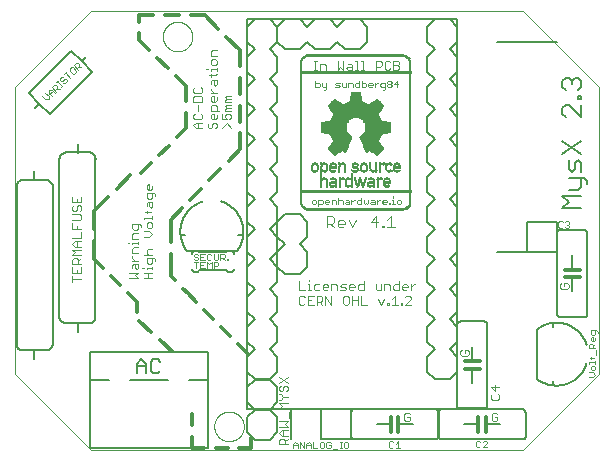
<source format=gto>
G75*
%MOIN*%
%OFA0B0*%
%FSLAX25Y25*%
%IPPOS*%
%LPD*%
%AMOC8*
5,1,8,0,0,1.08239X$1,22.5*
%
%ADD10C,0.00000*%
%ADD11C,0.01200*%
%ADD12C,0.00300*%
%ADD13C,0.00200*%
%ADD14C,0.00500*%
%ADD15R,0.32700X0.00100*%
%ADD16R,0.33700X0.00100*%
%ADD17R,0.34200X0.00100*%
%ADD18R,0.34700X0.00100*%
%ADD19R,0.34900X0.00100*%
%ADD20R,0.01500X0.00100*%
%ADD21R,0.01400X0.00100*%
%ADD22R,0.01200X0.00100*%
%ADD23R,0.01100X0.00100*%
%ADD24R,0.01000X0.00100*%
%ADD25R,0.00900X0.00100*%
%ADD26R,0.00700X0.00100*%
%ADD27R,0.00800X0.00100*%
%ADD28R,0.37100X0.00100*%
%ADD29R,0.00600X0.00100*%
%ADD30R,0.01300X0.00100*%
%ADD31R,0.02200X0.00100*%
%ADD32R,0.01700X0.00100*%
%ADD33R,0.02300X0.00100*%
%ADD34R,0.02400X0.00100*%
%ADD35R,0.01900X0.00100*%
%ADD36R,0.02500X0.00100*%
%ADD37R,0.02600X0.00100*%
%ADD38R,0.00300X0.00100*%
%ADD39R,0.02700X0.00100*%
%ADD40R,0.02100X0.00100*%
%ADD41R,0.02000X0.00100*%
%ADD42R,0.00200X0.00100*%
%ADD43R,0.01800X0.00100*%
%ADD44R,0.01600X0.00100*%
%ADD45R,0.00500X0.00100*%
%ADD46R,0.00400X0.00100*%
%ADD47R,0.00100X0.00100*%
%ADD48R,0.03200X0.00100*%
%ADD49R,0.03100X0.00100*%
%ADD50R,0.03400X0.00100*%
%ADD51R,0.03500X0.00100*%
%ADD52R,0.03900X0.00100*%
%ADD53R,0.05700X0.00100*%
%ADD54R,0.06000X0.00100*%
%ADD55R,0.06100X0.00100*%
%ADD56R,0.06200X0.00100*%
%ADD57R,0.06500X0.00100*%
%ADD58R,0.06400X0.00100*%
%ADD59R,0.06300X0.00100*%
%ADD60R,0.05900X0.00100*%
%ADD61R,0.05800X0.00100*%
%ADD62R,0.06600X0.00100*%
%ADD63R,0.06800X0.00100*%
%ADD64R,0.06700X0.00100*%
%ADD65R,0.06900X0.00100*%
%ADD66R,0.07000X0.00100*%
%ADD67R,0.07100X0.00100*%
%ADD68R,0.07800X0.00100*%
%ADD69R,0.08500X0.00100*%
%ADD70R,0.08600X0.00100*%
%ADD71R,0.08900X0.00100*%
%ADD72R,0.08800X0.00100*%
%ADD73R,0.08700X0.00100*%
%ADD74R,0.08400X0.00100*%
%ADD75R,0.07300X0.00100*%
%ADD76R,0.07400X0.00100*%
%ADD77R,0.16200X0.00100*%
%ADD78R,0.15900X0.00100*%
%ADD79R,0.15600X0.00100*%
%ADD80R,0.15300X0.00100*%
%ADD81R,0.16500X0.00100*%
%ADD82R,0.16800X0.00100*%
%ADD83R,0.17100X0.00100*%
%ADD84R,0.17400X0.00100*%
%ADD85R,0.17700X0.00100*%
%ADD86R,0.18000X0.00100*%
%ADD87R,0.18300X0.00100*%
%ADD88R,0.18600X0.00100*%
%ADD89R,0.04200X0.00100*%
%ADD90R,0.08100X0.00100*%
%ADD91R,0.07500X0.00100*%
%ADD92R,0.05100X0.00100*%
%ADD93R,0.04500X0.00100*%
%ADD94R,0.03600X0.00100*%
%ADD95R,0.03300X0.00100*%
%ADD96R,0.33600X0.00100*%
%ADD97C,0.00600*%
D10*
X0002942Y0027902D02*
X0028336Y0002508D01*
X0172431Y0002508D01*
X0197824Y0027902D01*
X0197824Y0123374D01*
X0172431Y0148768D01*
X0028336Y0148768D01*
X0002942Y0123374D01*
X0002942Y0027902D01*
X0069478Y0010382D02*
X0069480Y0010522D01*
X0069486Y0010662D01*
X0069496Y0010801D01*
X0069510Y0010940D01*
X0069528Y0011079D01*
X0069549Y0011217D01*
X0069575Y0011355D01*
X0069605Y0011492D01*
X0069638Y0011627D01*
X0069676Y0011762D01*
X0069717Y0011896D01*
X0069762Y0012029D01*
X0069810Y0012160D01*
X0069863Y0012289D01*
X0069919Y0012418D01*
X0069978Y0012544D01*
X0070042Y0012669D01*
X0070108Y0012792D01*
X0070179Y0012913D01*
X0070252Y0013032D01*
X0070329Y0013149D01*
X0070410Y0013263D01*
X0070493Y0013375D01*
X0070580Y0013485D01*
X0070670Y0013593D01*
X0070762Y0013697D01*
X0070858Y0013799D01*
X0070957Y0013899D01*
X0071058Y0013995D01*
X0071162Y0014089D01*
X0071269Y0014179D01*
X0071378Y0014266D01*
X0071490Y0014351D01*
X0071604Y0014432D01*
X0071720Y0014510D01*
X0071838Y0014584D01*
X0071959Y0014655D01*
X0072081Y0014723D01*
X0072206Y0014787D01*
X0072332Y0014848D01*
X0072459Y0014905D01*
X0072589Y0014958D01*
X0072720Y0015008D01*
X0072852Y0015053D01*
X0072985Y0015096D01*
X0073120Y0015134D01*
X0073255Y0015168D01*
X0073392Y0015199D01*
X0073529Y0015226D01*
X0073667Y0015248D01*
X0073806Y0015267D01*
X0073945Y0015282D01*
X0074084Y0015293D01*
X0074224Y0015300D01*
X0074364Y0015303D01*
X0074504Y0015302D01*
X0074644Y0015297D01*
X0074783Y0015288D01*
X0074923Y0015275D01*
X0075062Y0015258D01*
X0075200Y0015237D01*
X0075338Y0015213D01*
X0075475Y0015184D01*
X0075611Y0015152D01*
X0075746Y0015115D01*
X0075880Y0015075D01*
X0076013Y0015031D01*
X0076144Y0014983D01*
X0076274Y0014932D01*
X0076403Y0014877D01*
X0076530Y0014818D01*
X0076655Y0014755D01*
X0076778Y0014690D01*
X0076900Y0014620D01*
X0077019Y0014547D01*
X0077137Y0014471D01*
X0077252Y0014392D01*
X0077365Y0014309D01*
X0077475Y0014223D01*
X0077583Y0014134D01*
X0077688Y0014042D01*
X0077791Y0013947D01*
X0077891Y0013849D01*
X0077988Y0013749D01*
X0078082Y0013645D01*
X0078174Y0013539D01*
X0078262Y0013431D01*
X0078347Y0013320D01*
X0078429Y0013206D01*
X0078508Y0013090D01*
X0078583Y0012973D01*
X0078655Y0012853D01*
X0078723Y0012731D01*
X0078788Y0012607D01*
X0078850Y0012481D01*
X0078908Y0012354D01*
X0078962Y0012225D01*
X0079013Y0012094D01*
X0079059Y0011962D01*
X0079102Y0011829D01*
X0079142Y0011695D01*
X0079177Y0011560D01*
X0079209Y0011423D01*
X0079236Y0011286D01*
X0079260Y0011148D01*
X0079280Y0011010D01*
X0079296Y0010871D01*
X0079308Y0010731D01*
X0079316Y0010592D01*
X0079320Y0010452D01*
X0079320Y0010312D01*
X0079316Y0010172D01*
X0079308Y0010033D01*
X0079296Y0009893D01*
X0079280Y0009754D01*
X0079260Y0009616D01*
X0079236Y0009478D01*
X0079209Y0009341D01*
X0079177Y0009204D01*
X0079142Y0009069D01*
X0079102Y0008935D01*
X0079059Y0008802D01*
X0079013Y0008670D01*
X0078962Y0008539D01*
X0078908Y0008410D01*
X0078850Y0008283D01*
X0078788Y0008157D01*
X0078723Y0008033D01*
X0078655Y0007911D01*
X0078583Y0007791D01*
X0078508Y0007674D01*
X0078429Y0007558D01*
X0078347Y0007444D01*
X0078262Y0007333D01*
X0078174Y0007225D01*
X0078082Y0007119D01*
X0077988Y0007015D01*
X0077891Y0006915D01*
X0077791Y0006817D01*
X0077688Y0006722D01*
X0077583Y0006630D01*
X0077475Y0006541D01*
X0077365Y0006455D01*
X0077252Y0006372D01*
X0077137Y0006293D01*
X0077019Y0006217D01*
X0076900Y0006144D01*
X0076778Y0006074D01*
X0076655Y0006009D01*
X0076530Y0005946D01*
X0076403Y0005887D01*
X0076274Y0005832D01*
X0076144Y0005781D01*
X0076013Y0005733D01*
X0075880Y0005689D01*
X0075746Y0005649D01*
X0075611Y0005612D01*
X0075475Y0005580D01*
X0075338Y0005551D01*
X0075200Y0005527D01*
X0075062Y0005506D01*
X0074923Y0005489D01*
X0074783Y0005476D01*
X0074644Y0005467D01*
X0074504Y0005462D01*
X0074364Y0005461D01*
X0074224Y0005464D01*
X0074084Y0005471D01*
X0073945Y0005482D01*
X0073806Y0005497D01*
X0073667Y0005516D01*
X0073529Y0005538D01*
X0073392Y0005565D01*
X0073255Y0005596D01*
X0073120Y0005630D01*
X0072985Y0005668D01*
X0072852Y0005711D01*
X0072720Y0005756D01*
X0072589Y0005806D01*
X0072459Y0005859D01*
X0072332Y0005916D01*
X0072206Y0005977D01*
X0072081Y0006041D01*
X0071959Y0006109D01*
X0071838Y0006180D01*
X0071720Y0006254D01*
X0071604Y0006332D01*
X0071490Y0006413D01*
X0071378Y0006498D01*
X0071269Y0006585D01*
X0071162Y0006675D01*
X0071058Y0006769D01*
X0070957Y0006865D01*
X0070858Y0006965D01*
X0070762Y0007067D01*
X0070670Y0007171D01*
X0070580Y0007279D01*
X0070493Y0007389D01*
X0070410Y0007501D01*
X0070329Y0007615D01*
X0070252Y0007732D01*
X0070179Y0007851D01*
X0070108Y0007972D01*
X0070042Y0008095D01*
X0069978Y0008220D01*
X0069919Y0008346D01*
X0069863Y0008475D01*
X0069810Y0008604D01*
X0069762Y0008735D01*
X0069717Y0008868D01*
X0069676Y0009002D01*
X0069638Y0009137D01*
X0069605Y0009272D01*
X0069575Y0009409D01*
X0069549Y0009547D01*
X0069528Y0009685D01*
X0069510Y0009824D01*
X0069496Y0009963D01*
X0069486Y0010102D01*
X0069480Y0010242D01*
X0069478Y0010382D01*
X0052352Y0140303D02*
X0052354Y0140443D01*
X0052360Y0140583D01*
X0052370Y0140722D01*
X0052384Y0140861D01*
X0052402Y0141000D01*
X0052423Y0141138D01*
X0052449Y0141276D01*
X0052479Y0141413D01*
X0052512Y0141548D01*
X0052550Y0141683D01*
X0052591Y0141817D01*
X0052636Y0141950D01*
X0052684Y0142081D01*
X0052737Y0142210D01*
X0052793Y0142339D01*
X0052852Y0142465D01*
X0052916Y0142590D01*
X0052982Y0142713D01*
X0053053Y0142834D01*
X0053126Y0142953D01*
X0053203Y0143070D01*
X0053284Y0143184D01*
X0053367Y0143296D01*
X0053454Y0143406D01*
X0053544Y0143514D01*
X0053636Y0143618D01*
X0053732Y0143720D01*
X0053831Y0143820D01*
X0053932Y0143916D01*
X0054036Y0144010D01*
X0054143Y0144100D01*
X0054252Y0144187D01*
X0054364Y0144272D01*
X0054478Y0144353D01*
X0054594Y0144431D01*
X0054712Y0144505D01*
X0054833Y0144576D01*
X0054955Y0144644D01*
X0055080Y0144708D01*
X0055206Y0144769D01*
X0055333Y0144826D01*
X0055463Y0144879D01*
X0055594Y0144929D01*
X0055726Y0144974D01*
X0055859Y0145017D01*
X0055994Y0145055D01*
X0056129Y0145089D01*
X0056266Y0145120D01*
X0056403Y0145147D01*
X0056541Y0145169D01*
X0056680Y0145188D01*
X0056819Y0145203D01*
X0056958Y0145214D01*
X0057098Y0145221D01*
X0057238Y0145224D01*
X0057378Y0145223D01*
X0057518Y0145218D01*
X0057657Y0145209D01*
X0057797Y0145196D01*
X0057936Y0145179D01*
X0058074Y0145158D01*
X0058212Y0145134D01*
X0058349Y0145105D01*
X0058485Y0145073D01*
X0058620Y0145036D01*
X0058754Y0144996D01*
X0058887Y0144952D01*
X0059018Y0144904D01*
X0059148Y0144853D01*
X0059277Y0144798D01*
X0059404Y0144739D01*
X0059529Y0144676D01*
X0059652Y0144611D01*
X0059774Y0144541D01*
X0059893Y0144468D01*
X0060011Y0144392D01*
X0060126Y0144313D01*
X0060239Y0144230D01*
X0060349Y0144144D01*
X0060457Y0144055D01*
X0060562Y0143963D01*
X0060665Y0143868D01*
X0060765Y0143770D01*
X0060862Y0143670D01*
X0060956Y0143566D01*
X0061048Y0143460D01*
X0061136Y0143352D01*
X0061221Y0143241D01*
X0061303Y0143127D01*
X0061382Y0143011D01*
X0061457Y0142894D01*
X0061529Y0142774D01*
X0061597Y0142652D01*
X0061662Y0142528D01*
X0061724Y0142402D01*
X0061782Y0142275D01*
X0061836Y0142146D01*
X0061887Y0142015D01*
X0061933Y0141883D01*
X0061976Y0141750D01*
X0062016Y0141616D01*
X0062051Y0141481D01*
X0062083Y0141344D01*
X0062110Y0141207D01*
X0062134Y0141069D01*
X0062154Y0140931D01*
X0062170Y0140792D01*
X0062182Y0140652D01*
X0062190Y0140513D01*
X0062194Y0140373D01*
X0062194Y0140233D01*
X0062190Y0140093D01*
X0062182Y0139954D01*
X0062170Y0139814D01*
X0062154Y0139675D01*
X0062134Y0139537D01*
X0062110Y0139399D01*
X0062083Y0139262D01*
X0062051Y0139125D01*
X0062016Y0138990D01*
X0061976Y0138856D01*
X0061933Y0138723D01*
X0061887Y0138591D01*
X0061836Y0138460D01*
X0061782Y0138331D01*
X0061724Y0138204D01*
X0061662Y0138078D01*
X0061597Y0137954D01*
X0061529Y0137832D01*
X0061457Y0137712D01*
X0061382Y0137595D01*
X0061303Y0137479D01*
X0061221Y0137365D01*
X0061136Y0137254D01*
X0061048Y0137146D01*
X0060956Y0137040D01*
X0060862Y0136936D01*
X0060765Y0136836D01*
X0060665Y0136738D01*
X0060562Y0136643D01*
X0060457Y0136551D01*
X0060349Y0136462D01*
X0060239Y0136376D01*
X0060126Y0136293D01*
X0060011Y0136214D01*
X0059893Y0136138D01*
X0059774Y0136065D01*
X0059652Y0135995D01*
X0059529Y0135930D01*
X0059404Y0135867D01*
X0059277Y0135808D01*
X0059148Y0135753D01*
X0059018Y0135702D01*
X0058887Y0135654D01*
X0058754Y0135610D01*
X0058620Y0135570D01*
X0058485Y0135533D01*
X0058349Y0135501D01*
X0058212Y0135472D01*
X0058074Y0135448D01*
X0057936Y0135427D01*
X0057797Y0135410D01*
X0057657Y0135397D01*
X0057518Y0135388D01*
X0057378Y0135383D01*
X0057238Y0135382D01*
X0057098Y0135385D01*
X0056958Y0135392D01*
X0056819Y0135403D01*
X0056680Y0135418D01*
X0056541Y0135437D01*
X0056403Y0135459D01*
X0056266Y0135486D01*
X0056129Y0135517D01*
X0055994Y0135551D01*
X0055859Y0135589D01*
X0055726Y0135632D01*
X0055594Y0135677D01*
X0055463Y0135727D01*
X0055333Y0135780D01*
X0055206Y0135837D01*
X0055080Y0135898D01*
X0054955Y0135962D01*
X0054833Y0136030D01*
X0054712Y0136101D01*
X0054594Y0136175D01*
X0054478Y0136253D01*
X0054364Y0136334D01*
X0054252Y0136419D01*
X0054143Y0136506D01*
X0054036Y0136596D01*
X0053932Y0136690D01*
X0053831Y0136786D01*
X0053732Y0136886D01*
X0053636Y0136988D01*
X0053544Y0137092D01*
X0053454Y0137200D01*
X0053367Y0137310D01*
X0053284Y0137422D01*
X0053203Y0137536D01*
X0053126Y0137653D01*
X0053053Y0137772D01*
X0052982Y0137893D01*
X0052916Y0138016D01*
X0052852Y0138141D01*
X0052793Y0138267D01*
X0052737Y0138396D01*
X0052684Y0138525D01*
X0052636Y0138656D01*
X0052591Y0138789D01*
X0052550Y0138923D01*
X0052512Y0139058D01*
X0052479Y0139193D01*
X0052449Y0139330D01*
X0052423Y0139468D01*
X0052402Y0139606D01*
X0052384Y0139745D01*
X0052370Y0139884D01*
X0052360Y0140023D01*
X0052354Y0140163D01*
X0052352Y0140303D01*
D11*
X0047717Y0135968D02*
X0044281Y0139319D01*
X0044281Y0141386D01*
X0044281Y0145323D02*
X0044281Y0147390D01*
X0049005Y0147390D01*
X0052942Y0147390D02*
X0057667Y0147390D01*
X0061604Y0147390D02*
X0066328Y0147390D01*
X0070743Y0142975D01*
X0073527Y0140191D02*
X0077942Y0135776D01*
X0077942Y0130461D01*
X0077942Y0126524D02*
X0077942Y0121209D01*
X0077942Y0117272D02*
X0077942Y0111957D01*
X0077942Y0108020D02*
X0077942Y0102705D01*
X0074255Y0098954D01*
X0071495Y0096147D02*
X0067807Y0092396D01*
X0065047Y0089588D02*
X0061359Y0085838D01*
X0058599Y0083030D02*
X0054911Y0079280D01*
X0054911Y0071898D01*
X0054911Y0067961D02*
X0054911Y0060579D01*
X0056373Y0059116D01*
X0059157Y0056332D02*
X0060620Y0054870D01*
X0063474Y0051959D01*
X0066230Y0049148D02*
X0069084Y0046236D01*
X0071840Y0043425D02*
X0074694Y0040514D01*
X0077451Y0037703D02*
X0080305Y0034791D01*
X0055502Y0035579D02*
X0051445Y0039273D01*
X0048534Y0041924D02*
X0044478Y0045618D01*
X0043691Y0048571D02*
X0043691Y0051917D01*
X0040822Y0054786D01*
X0038038Y0057570D02*
X0035170Y0060438D01*
X0032386Y0063222D02*
X0029517Y0066091D01*
X0029517Y0072094D01*
X0029517Y0076031D02*
X0029517Y0082035D01*
X0034141Y0086735D01*
X0036902Y0089541D02*
X0041525Y0094240D01*
X0045068Y0094831D02*
X0048265Y0098027D01*
X0051049Y0100811D02*
X0054245Y0104008D01*
X0057029Y0106792D02*
X0060226Y0109988D01*
X0060226Y0114909D01*
X0060226Y0118846D02*
X0060226Y0123768D01*
X0056790Y0127119D01*
X0053971Y0129868D02*
X0050536Y0133219D01*
X0153002Y0032054D02*
X0155502Y0032054D01*
X0158002Y0032054D01*
X0158002Y0029554D02*
X0155502Y0029554D01*
X0153002Y0029554D01*
X0157448Y0013589D02*
X0157448Y0011089D01*
X0157448Y0008589D01*
X0159948Y0008589D02*
X0159948Y0011089D01*
X0159948Y0013589D01*
X0130813Y0013661D02*
X0130813Y0011161D01*
X0130813Y0008661D01*
X0128313Y0008661D02*
X0128313Y0011161D01*
X0128313Y0013661D01*
X0081879Y0006642D02*
X0081879Y0003295D01*
X0077877Y0003295D01*
X0073940Y0003295D02*
X0069937Y0003295D01*
X0066000Y0003295D02*
X0061998Y0003295D01*
X0061998Y0006937D01*
X0061998Y0010874D02*
X0061998Y0014516D01*
X0186269Y0060166D02*
X0188769Y0060166D01*
X0191269Y0060166D01*
X0191269Y0062666D02*
X0188769Y0062666D01*
X0186269Y0062666D01*
D12*
X0186184Y0058136D02*
X0186184Y0057169D01*
X0186184Y0058136D02*
X0187151Y0058136D01*
X0187635Y0057652D01*
X0187635Y0056685D01*
X0187151Y0056201D01*
X0185216Y0056201D01*
X0184733Y0056685D01*
X0184733Y0057652D01*
X0185216Y0058136D01*
X0154367Y0035408D02*
X0153884Y0035892D01*
X0152916Y0035892D01*
X0152916Y0034925D01*
X0151949Y0035892D02*
X0151465Y0035408D01*
X0151465Y0034441D01*
X0151949Y0033957D01*
X0153884Y0033957D01*
X0154367Y0034441D01*
X0154367Y0035408D01*
X0163058Y0024146D02*
X0163058Y0022211D01*
X0161607Y0023662D01*
X0164509Y0023662D01*
X0164025Y0021199D02*
X0164509Y0020715D01*
X0164509Y0019748D01*
X0164025Y0019264D01*
X0162090Y0019264D01*
X0161607Y0019748D01*
X0161607Y0020715D01*
X0162090Y0021199D01*
X0162434Y0015009D02*
X0161951Y0014525D01*
X0161951Y0012590D01*
X0162434Y0012107D01*
X0163402Y0012107D01*
X0163886Y0012590D01*
X0163886Y0013558D01*
X0162918Y0013558D01*
X0163886Y0014525D02*
X0163402Y0015009D01*
X0162434Y0015009D01*
X0134752Y0014525D02*
X0134268Y0015009D01*
X0133301Y0015009D01*
X0132817Y0014525D01*
X0132817Y0012590D01*
X0133301Y0012107D01*
X0134268Y0012107D01*
X0134752Y0012590D01*
X0134752Y0013558D01*
X0133784Y0013558D01*
X0094485Y0013227D02*
X0094485Y0015162D01*
X0094001Y0016173D02*
X0091099Y0016173D01*
X0092066Y0017141D01*
X0091099Y0018108D01*
X0094001Y0018108D01*
X0094001Y0020087D02*
X0092550Y0020087D01*
X0091582Y0021055D01*
X0091099Y0021055D01*
X0091582Y0022066D02*
X0092066Y0022066D01*
X0092550Y0022550D01*
X0092550Y0023517D01*
X0093034Y0024001D01*
X0093517Y0024001D01*
X0094001Y0023517D01*
X0094001Y0022550D01*
X0093517Y0022066D01*
X0091582Y0022066D02*
X0091099Y0022550D01*
X0091099Y0023517D01*
X0091582Y0024001D01*
X0091099Y0025013D02*
X0094001Y0026948D01*
X0094001Y0025013D02*
X0091099Y0026948D01*
X0092550Y0020087D02*
X0091582Y0019120D01*
X0091099Y0019120D01*
X0091099Y0012215D02*
X0094001Y0012215D01*
X0093034Y0011248D01*
X0094001Y0010280D01*
X0091099Y0010280D01*
X0092066Y0009269D02*
X0091099Y0008301D01*
X0092066Y0007334D01*
X0094001Y0007334D01*
X0094001Y0006322D02*
X0093034Y0005354D01*
X0093034Y0005838D02*
X0093034Y0004387D01*
X0094001Y0004387D02*
X0091099Y0004387D01*
X0091099Y0005838D01*
X0091582Y0006322D01*
X0092550Y0006322D01*
X0093034Y0005838D01*
X0092550Y0007334D02*
X0092550Y0009269D01*
X0092066Y0009269D02*
X0094001Y0009269D01*
X0098198Y0051009D02*
X0097715Y0051493D01*
X0097715Y0053428D01*
X0098198Y0053912D01*
X0099166Y0053912D01*
X0099649Y0053428D01*
X0100661Y0053912D02*
X0100661Y0051009D01*
X0102596Y0051009D01*
X0103608Y0051009D02*
X0103608Y0053912D01*
X0105059Y0053912D01*
X0105543Y0053428D01*
X0105543Y0052460D01*
X0105059Y0051977D01*
X0103608Y0051977D01*
X0104575Y0051977D02*
X0105543Y0051009D01*
X0106554Y0051009D02*
X0106554Y0053912D01*
X0108489Y0051009D01*
X0108489Y0053912D01*
X0108518Y0055809D02*
X0108518Y0057744D01*
X0109970Y0057744D01*
X0110453Y0057260D01*
X0110453Y0055809D01*
X0111465Y0055809D02*
X0112916Y0055809D01*
X0113400Y0056293D01*
X0112916Y0056777D01*
X0111949Y0056777D01*
X0111465Y0057260D01*
X0111949Y0057744D01*
X0113400Y0057744D01*
X0114411Y0057260D02*
X0114411Y0056293D01*
X0114895Y0055809D01*
X0115863Y0055809D01*
X0116346Y0056777D02*
X0114411Y0056777D01*
X0114411Y0057260D02*
X0114895Y0057744D01*
X0115863Y0057744D01*
X0116346Y0057260D01*
X0116346Y0056777D01*
X0117358Y0056293D02*
X0117358Y0057260D01*
X0117842Y0057744D01*
X0119293Y0057744D01*
X0119293Y0058712D02*
X0119293Y0055809D01*
X0117842Y0055809D01*
X0117358Y0056293D01*
X0117329Y0053912D02*
X0117329Y0051009D01*
X0118340Y0051009D02*
X0118340Y0053912D01*
X0117329Y0052460D02*
X0115394Y0052460D01*
X0114382Y0051493D02*
X0114382Y0053428D01*
X0113898Y0053912D01*
X0112931Y0053912D01*
X0112447Y0053428D01*
X0112447Y0051493D01*
X0112931Y0051009D01*
X0113898Y0051009D01*
X0114382Y0051493D01*
X0115394Y0051009D02*
X0115394Y0053912D01*
X0118340Y0051009D02*
X0120275Y0051009D01*
X0124233Y0052944D02*
X0125201Y0051009D01*
X0126168Y0052944D01*
X0127180Y0051493D02*
X0127663Y0051493D01*
X0127663Y0051009D01*
X0127180Y0051009D01*
X0127180Y0051493D01*
X0128653Y0051009D02*
X0130588Y0051009D01*
X0129620Y0051009D02*
X0129620Y0053912D01*
X0128653Y0052944D01*
X0131599Y0051493D02*
X0132083Y0051493D01*
X0132083Y0051009D01*
X0131599Y0051009D01*
X0131599Y0051493D01*
X0133073Y0051009D02*
X0135008Y0052944D01*
X0135008Y0053428D01*
X0134524Y0053912D01*
X0133556Y0053912D01*
X0133073Y0053428D01*
X0133073Y0051009D02*
X0135008Y0051009D01*
X0135037Y0055809D02*
X0135037Y0057744D01*
X0135037Y0056777D02*
X0136005Y0057744D01*
X0136488Y0057744D01*
X0134026Y0057260D02*
X0134026Y0056777D01*
X0132091Y0056777D01*
X0132091Y0057260D02*
X0132091Y0056293D01*
X0132574Y0055809D01*
X0133542Y0055809D01*
X0134026Y0057260D02*
X0133542Y0057744D01*
X0132574Y0057744D01*
X0132091Y0057260D01*
X0131079Y0057744D02*
X0129628Y0057744D01*
X0129144Y0057260D01*
X0129144Y0056293D01*
X0129628Y0055809D01*
X0131079Y0055809D01*
X0131079Y0058712D01*
X0128133Y0057260D02*
X0128133Y0055809D01*
X0128133Y0057260D02*
X0127649Y0057744D01*
X0126198Y0057744D01*
X0126198Y0055809D01*
X0125186Y0055809D02*
X0125186Y0057744D01*
X0125186Y0055809D02*
X0123735Y0055809D01*
X0123251Y0056293D01*
X0123251Y0057744D01*
X0107507Y0057260D02*
X0107507Y0056777D01*
X0105572Y0056777D01*
X0105572Y0057260D02*
X0105572Y0056293D01*
X0106056Y0055809D01*
X0107023Y0055809D01*
X0107507Y0057260D02*
X0107023Y0057744D01*
X0106056Y0057744D01*
X0105572Y0057260D01*
X0104560Y0057744D02*
X0103109Y0057744D01*
X0102625Y0057260D01*
X0102625Y0056293D01*
X0103109Y0055809D01*
X0104560Y0055809D01*
X0102596Y0053912D02*
X0100661Y0053912D01*
X0100661Y0052460D02*
X0101629Y0052460D01*
X0099649Y0051493D02*
X0099166Y0051009D01*
X0098198Y0051009D01*
X0097715Y0055809D02*
X0099649Y0055809D01*
X0100661Y0055809D02*
X0101629Y0055809D01*
X0101145Y0055809D02*
X0101145Y0057744D01*
X0100661Y0057744D01*
X0101145Y0058712D02*
X0101145Y0059195D01*
X0097715Y0058712D02*
X0097715Y0055809D01*
X0106915Y0076709D02*
X0106915Y0080412D01*
X0108766Y0080412D01*
X0109383Y0079795D01*
X0109383Y0078561D01*
X0108766Y0077943D01*
X0106915Y0077943D01*
X0108149Y0077943D02*
X0109383Y0076709D01*
X0110598Y0077326D02*
X0110598Y0078561D01*
X0111215Y0079178D01*
X0112449Y0079178D01*
X0113066Y0078561D01*
X0113066Y0077943D01*
X0110598Y0077943D01*
X0110598Y0077326D02*
X0111215Y0076709D01*
X0112449Y0076709D01*
X0115515Y0076709D02*
X0114281Y0079178D01*
X0116750Y0079178D02*
X0115515Y0076709D01*
X0121647Y0078561D02*
X0124116Y0078561D01*
X0125330Y0077326D02*
X0125947Y0077326D01*
X0125947Y0076709D01*
X0125330Y0076709D01*
X0125330Y0077326D01*
X0123499Y0076709D02*
X0123499Y0080412D01*
X0121647Y0078561D01*
X0127172Y0079178D02*
X0128406Y0080412D01*
X0128406Y0076709D01*
X0127172Y0076709D02*
X0129641Y0076709D01*
X0075037Y0109744D02*
X0073585Y0111679D01*
X0072134Y0109744D01*
X0070237Y0110228D02*
X0070237Y0111196D01*
X0069753Y0111679D01*
X0069269Y0111679D01*
X0068785Y0111196D01*
X0068785Y0110228D01*
X0068302Y0109744D01*
X0067818Y0109744D01*
X0067334Y0110228D01*
X0067334Y0111196D01*
X0067818Y0111679D01*
X0068785Y0112691D02*
X0068302Y0113175D01*
X0068302Y0114142D01*
X0068785Y0114626D01*
X0069269Y0114626D01*
X0069269Y0112691D01*
X0069753Y0112691D02*
X0068785Y0112691D01*
X0069753Y0112691D02*
X0070237Y0113175D01*
X0070237Y0114142D01*
X0070237Y0115638D02*
X0070237Y0117089D01*
X0069753Y0117573D01*
X0068785Y0117573D01*
X0068302Y0117089D01*
X0068302Y0115638D01*
X0071204Y0115638D01*
X0072134Y0114626D02*
X0072134Y0112691D01*
X0073585Y0112691D01*
X0073102Y0113658D01*
X0073102Y0114142D01*
X0073585Y0114626D01*
X0074553Y0114626D01*
X0075037Y0114142D01*
X0075037Y0113175D01*
X0074553Y0112691D01*
X0075037Y0115638D02*
X0073102Y0115638D01*
X0073102Y0116121D01*
X0073585Y0116605D01*
X0073102Y0117089D01*
X0073585Y0117573D01*
X0075037Y0117573D01*
X0075037Y0116605D02*
X0073585Y0116605D01*
X0073102Y0118584D02*
X0073102Y0119068D01*
X0073585Y0119552D01*
X0073102Y0120035D01*
X0073585Y0120519D01*
X0075037Y0120519D01*
X0075037Y0119552D02*
X0073585Y0119552D01*
X0073102Y0118584D02*
X0075037Y0118584D01*
X0070237Y0119068D02*
X0069753Y0118584D01*
X0068785Y0118584D01*
X0068302Y0119068D01*
X0068302Y0120035D01*
X0068785Y0120519D01*
X0069269Y0120519D01*
X0069269Y0118584D01*
X0070237Y0119068D02*
X0070237Y0120035D01*
X0070237Y0121531D02*
X0068302Y0121531D01*
X0068302Y0122498D02*
X0068302Y0122982D01*
X0068302Y0122498D02*
X0069269Y0121531D01*
X0069753Y0123986D02*
X0069269Y0124470D01*
X0069269Y0125921D01*
X0068785Y0125921D02*
X0070237Y0125921D01*
X0070237Y0124470D01*
X0069753Y0123986D01*
X0068302Y0124470D02*
X0068302Y0125437D01*
X0068785Y0125921D01*
X0068302Y0126933D02*
X0068302Y0127900D01*
X0067818Y0127416D02*
X0069753Y0127416D01*
X0070237Y0127900D01*
X0070237Y0128897D02*
X0070237Y0129864D01*
X0070237Y0129381D02*
X0068302Y0129381D01*
X0068302Y0128897D01*
X0067334Y0129381D02*
X0066850Y0129381D01*
X0068785Y0130861D02*
X0069753Y0130861D01*
X0070237Y0131345D01*
X0070237Y0132312D01*
X0069753Y0132796D01*
X0068785Y0132796D01*
X0068302Y0132312D01*
X0068302Y0131345D01*
X0068785Y0130861D01*
X0068302Y0133808D02*
X0068302Y0135259D01*
X0068785Y0135743D01*
X0070237Y0135743D01*
X0070237Y0133808D02*
X0068302Y0133808D01*
X0064953Y0123466D02*
X0065437Y0122982D01*
X0065437Y0122014D01*
X0064953Y0121531D01*
X0063018Y0121531D01*
X0062534Y0122014D01*
X0062534Y0122982D01*
X0063018Y0123466D01*
X0063018Y0120519D02*
X0062534Y0120035D01*
X0062534Y0118584D01*
X0065437Y0118584D01*
X0065437Y0120035D01*
X0064953Y0120519D01*
X0063018Y0120519D01*
X0063985Y0117573D02*
X0063985Y0115638D01*
X0063018Y0114626D02*
X0062534Y0114142D01*
X0062534Y0113175D01*
X0063018Y0112691D01*
X0064953Y0112691D01*
X0065437Y0113175D01*
X0065437Y0114142D01*
X0064953Y0114626D01*
X0065437Y0111679D02*
X0063502Y0111679D01*
X0062534Y0110712D01*
X0063502Y0109744D01*
X0065437Y0109744D01*
X0063985Y0109744D02*
X0063985Y0111679D01*
X0069753Y0109744D02*
X0070237Y0110228D01*
X0048855Y0090661D02*
X0048855Y0089693D01*
X0048372Y0089210D01*
X0047404Y0089210D01*
X0046920Y0089693D01*
X0046920Y0090661D01*
X0047404Y0091145D01*
X0047888Y0091145D01*
X0047888Y0089210D01*
X0048855Y0088198D02*
X0048855Y0086747D01*
X0048372Y0086263D01*
X0047404Y0086263D01*
X0046920Y0086747D01*
X0046920Y0088198D01*
X0049339Y0088198D01*
X0049823Y0087714D01*
X0049823Y0087231D01*
X0048855Y0085252D02*
X0047404Y0085252D01*
X0046920Y0084768D01*
X0046920Y0083800D01*
X0047888Y0083800D02*
X0047888Y0085252D01*
X0048855Y0085252D02*
X0048855Y0083800D01*
X0048372Y0083317D01*
X0047888Y0083800D01*
X0048855Y0082320D02*
X0048372Y0081836D01*
X0046437Y0081836D01*
X0046920Y0081352D02*
X0046920Y0082320D01*
X0045953Y0079872D02*
X0048855Y0079872D01*
X0048855Y0080355D02*
X0048855Y0079388D01*
X0048372Y0078376D02*
X0047404Y0078376D01*
X0046920Y0077893D01*
X0046920Y0076925D01*
X0047404Y0076441D01*
X0048372Y0076441D01*
X0048855Y0076925D01*
X0048855Y0077893D01*
X0048372Y0078376D01*
X0045953Y0079388D02*
X0045953Y0079872D01*
X0044539Y0077885D02*
X0042120Y0077885D01*
X0042120Y0076434D01*
X0042604Y0075950D01*
X0043572Y0075950D01*
X0044055Y0076434D01*
X0044055Y0077885D01*
X0044539Y0077885D02*
X0045023Y0077402D01*
X0045023Y0076918D01*
X0045953Y0075430D02*
X0047888Y0075430D01*
X0048855Y0074462D01*
X0047888Y0073495D01*
X0045953Y0073495D01*
X0044055Y0073004D02*
X0042120Y0073004D01*
X0042120Y0074455D01*
X0042604Y0074939D01*
X0044055Y0074939D01*
X0044055Y0072007D02*
X0044055Y0071039D01*
X0044055Y0071523D02*
X0042120Y0071523D01*
X0042120Y0071039D01*
X0041153Y0071523D02*
X0040669Y0071523D01*
X0042604Y0070028D02*
X0044055Y0070028D01*
X0042604Y0070028D02*
X0042120Y0069544D01*
X0042120Y0068093D01*
X0044055Y0068093D01*
X0045953Y0067602D02*
X0048855Y0067602D01*
X0048855Y0066590D02*
X0048855Y0065139D01*
X0048372Y0064655D01*
X0047404Y0064655D01*
X0046920Y0065139D01*
X0046920Y0066590D01*
X0049339Y0066590D01*
X0049823Y0066107D01*
X0049823Y0065623D01*
X0048855Y0063658D02*
X0048855Y0062691D01*
X0048855Y0063175D02*
X0046920Y0063175D01*
X0046920Y0062691D01*
X0045953Y0063175D02*
X0045469Y0063175D01*
X0044055Y0063175D02*
X0043572Y0062691D01*
X0043088Y0063175D01*
X0043088Y0064626D01*
X0042604Y0064626D02*
X0044055Y0064626D01*
X0044055Y0063175D01*
X0044055Y0061679D02*
X0041153Y0061679D01*
X0042120Y0063175D02*
X0042120Y0064142D01*
X0042604Y0064626D01*
X0042120Y0065638D02*
X0044055Y0065638D01*
X0043088Y0065638D02*
X0042120Y0066605D01*
X0042120Y0067089D01*
X0046920Y0068086D02*
X0046920Y0069053D01*
X0047404Y0069537D01*
X0048855Y0069537D01*
X0047404Y0067602D02*
X0046920Y0068086D01*
X0047404Y0061679D02*
X0047404Y0059744D01*
X0048855Y0059744D02*
X0045953Y0059744D01*
X0044055Y0059744D02*
X0043088Y0060712D01*
X0044055Y0061679D01*
X0045953Y0061679D02*
X0048855Y0061679D01*
X0044055Y0059744D02*
X0041153Y0059744D01*
X0025059Y0059514D02*
X0022156Y0059514D01*
X0022156Y0058547D02*
X0022156Y0060482D01*
X0022156Y0061493D02*
X0025059Y0061493D01*
X0025059Y0063428D01*
X0025059Y0064440D02*
X0022156Y0064440D01*
X0022156Y0065891D01*
X0022640Y0066375D01*
X0023607Y0066375D01*
X0024091Y0065891D01*
X0024091Y0064440D01*
X0024091Y0065407D02*
X0025059Y0066375D01*
X0025059Y0067386D02*
X0022156Y0067386D01*
X0023124Y0068354D01*
X0022156Y0069321D01*
X0025059Y0069321D01*
X0025059Y0070333D02*
X0023124Y0070333D01*
X0022156Y0071300D01*
X0023124Y0072268D01*
X0025059Y0072268D01*
X0025059Y0073279D02*
X0025059Y0075214D01*
X0025059Y0076226D02*
X0022156Y0076226D01*
X0022156Y0078161D01*
X0022156Y0079172D02*
X0024575Y0079172D01*
X0025059Y0079656D01*
X0025059Y0080624D01*
X0024575Y0081107D01*
X0022156Y0081107D01*
X0022640Y0082119D02*
X0023124Y0082119D01*
X0023607Y0082603D01*
X0023607Y0083570D01*
X0024091Y0084054D01*
X0024575Y0084054D01*
X0025059Y0083570D01*
X0025059Y0082603D01*
X0024575Y0082119D01*
X0022640Y0082119D02*
X0022156Y0082603D01*
X0022156Y0083570D01*
X0022640Y0084054D01*
X0022156Y0085066D02*
X0025059Y0085066D01*
X0025059Y0087000D01*
X0023607Y0086033D02*
X0023607Y0085066D01*
X0022156Y0085066D02*
X0022156Y0087000D01*
X0023607Y0077193D02*
X0023607Y0076226D01*
X0022156Y0073279D02*
X0025059Y0073279D01*
X0023607Y0072268D02*
X0023607Y0070333D01*
X0022156Y0063428D02*
X0022156Y0061493D01*
X0023607Y0061493D02*
X0023607Y0062461D01*
X0102715Y0129309D02*
X0103682Y0129309D01*
X0103198Y0129309D02*
X0103198Y0132212D01*
X0102715Y0132212D02*
X0103682Y0132212D01*
X0104679Y0131244D02*
X0106130Y0131244D01*
X0106614Y0130760D01*
X0106614Y0129309D01*
X0104679Y0129309D02*
X0104679Y0131244D01*
X0110572Y0132212D02*
X0110572Y0129309D01*
X0111539Y0130277D01*
X0112507Y0129309D01*
X0112507Y0132212D01*
X0114002Y0131244D02*
X0114970Y0131244D01*
X0115453Y0130760D01*
X0115453Y0129309D01*
X0114002Y0129309D01*
X0113518Y0129793D01*
X0114002Y0130277D01*
X0115453Y0130277D01*
X0116465Y0129309D02*
X0117432Y0129309D01*
X0116949Y0129309D02*
X0116949Y0132212D01*
X0116465Y0132212D01*
X0118429Y0132212D02*
X0118913Y0132212D01*
X0118913Y0129309D01*
X0118429Y0129309D02*
X0119397Y0129309D01*
X0123340Y0129309D02*
X0123340Y0132212D01*
X0124791Y0132212D01*
X0125275Y0131728D01*
X0125275Y0130760D01*
X0124791Y0130277D01*
X0123340Y0130277D01*
X0126287Y0129793D02*
X0126770Y0129309D01*
X0127738Y0129309D01*
X0128222Y0129793D01*
X0129233Y0129309D02*
X0130684Y0129309D01*
X0131168Y0129793D01*
X0131168Y0130277D01*
X0130684Y0130760D01*
X0129233Y0130760D01*
X0128222Y0131728D02*
X0127738Y0132212D01*
X0126770Y0132212D01*
X0126287Y0131728D01*
X0126287Y0129793D01*
X0129233Y0129309D02*
X0129233Y0132212D01*
X0130684Y0132212D01*
X0131168Y0131728D01*
X0131168Y0131244D01*
X0130684Y0130760D01*
D13*
X0130416Y0125561D02*
X0129315Y0124460D01*
X0130783Y0124460D01*
X0130416Y0123359D02*
X0130416Y0125561D01*
X0128573Y0125194D02*
X0128573Y0124827D01*
X0128206Y0124460D01*
X0127472Y0124460D01*
X0127105Y0124827D01*
X0127105Y0125194D01*
X0127472Y0125561D01*
X0128206Y0125561D01*
X0128573Y0125194D01*
X0128206Y0124460D02*
X0128573Y0124093D01*
X0128573Y0123726D01*
X0128206Y0123359D01*
X0127472Y0123359D01*
X0127105Y0123726D01*
X0127105Y0124093D01*
X0127472Y0124460D01*
X0126363Y0124827D02*
X0125262Y0124827D01*
X0124895Y0124460D01*
X0124895Y0123726D01*
X0125262Y0123359D01*
X0126363Y0123359D01*
X0126363Y0122992D02*
X0126363Y0124827D01*
X0126363Y0122992D02*
X0125996Y0122625D01*
X0125629Y0122625D01*
X0123053Y0123359D02*
X0123053Y0124827D01*
X0123053Y0124093D02*
X0123787Y0124827D01*
X0124154Y0124827D01*
X0122311Y0124460D02*
X0122311Y0124093D01*
X0120844Y0124093D01*
X0120844Y0123726D02*
X0120844Y0124460D01*
X0121211Y0124827D01*
X0121944Y0124827D01*
X0122311Y0124460D01*
X0121944Y0123359D02*
X0121211Y0123359D01*
X0120844Y0123726D01*
X0120102Y0123726D02*
X0120102Y0124460D01*
X0119735Y0124827D01*
X0118634Y0124827D01*
X0118634Y0125561D02*
X0118634Y0123359D01*
X0119735Y0123359D01*
X0120102Y0123726D01*
X0117892Y0123359D02*
X0117892Y0125561D01*
X0117892Y0124827D02*
X0116791Y0124827D01*
X0116424Y0124460D01*
X0116424Y0123726D01*
X0116791Y0123359D01*
X0117892Y0123359D01*
X0115682Y0123359D02*
X0115682Y0124460D01*
X0115315Y0124827D01*
X0114214Y0124827D01*
X0114214Y0123359D01*
X0113472Y0123359D02*
X0113472Y0124827D01*
X0113472Y0123359D02*
X0112371Y0123359D01*
X0112004Y0123726D01*
X0112004Y0124827D01*
X0111262Y0124827D02*
X0110161Y0124827D01*
X0109794Y0124460D01*
X0110161Y0124093D01*
X0110895Y0124093D01*
X0111262Y0123726D01*
X0110895Y0123359D01*
X0109794Y0123359D01*
X0106842Y0123359D02*
X0105741Y0123359D01*
X0105374Y0123726D01*
X0105374Y0124827D01*
X0104632Y0124460D02*
X0104265Y0124827D01*
X0103165Y0124827D01*
X0103165Y0125561D02*
X0103165Y0123359D01*
X0104265Y0123359D01*
X0104632Y0123726D01*
X0104632Y0124460D01*
X0106842Y0124827D02*
X0106842Y0122992D01*
X0106475Y0122625D01*
X0106108Y0122625D01*
X0129218Y0087028D02*
X0129218Y0086661D01*
X0129218Y0085927D02*
X0129218Y0084459D01*
X0128851Y0084459D02*
X0129585Y0084459D01*
X0130325Y0084826D02*
X0130325Y0085560D01*
X0130692Y0085927D01*
X0131426Y0085927D01*
X0131793Y0085560D01*
X0131793Y0084826D01*
X0131426Y0084459D01*
X0130692Y0084459D01*
X0130325Y0084826D01*
X0129218Y0085927D02*
X0128851Y0085927D01*
X0128113Y0084826D02*
X0127746Y0084826D01*
X0127746Y0084459D01*
X0128113Y0084459D01*
X0128113Y0084826D01*
X0127004Y0085193D02*
X0127004Y0085560D01*
X0126638Y0085927D01*
X0125904Y0085927D01*
X0125537Y0085560D01*
X0125537Y0084826D01*
X0125904Y0084459D01*
X0126638Y0084459D01*
X0127004Y0085193D02*
X0125537Y0085193D01*
X0124796Y0085927D02*
X0124429Y0085927D01*
X0123695Y0085193D01*
X0123695Y0084459D02*
X0123695Y0085927D01*
X0122953Y0085560D02*
X0122953Y0084459D01*
X0121852Y0084459D01*
X0121485Y0084826D01*
X0121852Y0085193D01*
X0122953Y0085193D01*
X0122953Y0085560D02*
X0122586Y0085927D01*
X0121852Y0085927D01*
X0120743Y0085927D02*
X0120743Y0084826D01*
X0120376Y0084459D01*
X0120009Y0084826D01*
X0119642Y0084459D01*
X0119275Y0084826D01*
X0119275Y0085927D01*
X0118533Y0085927D02*
X0117432Y0085927D01*
X0117065Y0085560D01*
X0117065Y0084826D01*
X0117432Y0084459D01*
X0118533Y0084459D01*
X0118533Y0086661D01*
X0116325Y0085927D02*
X0115958Y0085927D01*
X0115224Y0085193D01*
X0115224Y0084459D02*
X0115224Y0085927D01*
X0114482Y0085560D02*
X0114482Y0084459D01*
X0113381Y0084459D01*
X0113014Y0084826D01*
X0113381Y0085193D01*
X0114482Y0085193D01*
X0114482Y0085560D02*
X0114115Y0085927D01*
X0113381Y0085927D01*
X0112272Y0085560D02*
X0112272Y0084459D01*
X0112272Y0085560D02*
X0111905Y0085927D01*
X0111171Y0085927D01*
X0110804Y0085560D01*
X0110062Y0085560D02*
X0110062Y0084459D01*
X0110804Y0084459D02*
X0110804Y0086661D01*
X0110062Y0085560D02*
X0109695Y0085927D01*
X0108594Y0085927D01*
X0108594Y0084459D01*
X0107852Y0085193D02*
X0106384Y0085193D01*
X0106384Y0084826D02*
X0106384Y0085560D01*
X0106751Y0085927D01*
X0107485Y0085927D01*
X0107852Y0085560D01*
X0107852Y0085193D01*
X0107485Y0084459D02*
X0106751Y0084459D01*
X0106384Y0084826D01*
X0105642Y0084826D02*
X0105642Y0085560D01*
X0105275Y0085927D01*
X0104174Y0085927D01*
X0104174Y0083725D01*
X0104174Y0084459D02*
X0105275Y0084459D01*
X0105642Y0084826D01*
X0103432Y0084826D02*
X0103432Y0085560D01*
X0103065Y0085927D01*
X0102331Y0085927D01*
X0101965Y0085560D01*
X0101965Y0084826D01*
X0102331Y0084459D01*
X0103065Y0084459D01*
X0103432Y0084826D01*
X0074053Y0066152D02*
X0074053Y0065785D01*
X0073686Y0065785D01*
X0073686Y0066152D01*
X0074053Y0066152D01*
X0072944Y0065785D02*
X0072210Y0066519D01*
X0072577Y0066519D02*
X0071476Y0066519D01*
X0071476Y0065785D02*
X0071476Y0067987D01*
X0072577Y0067987D01*
X0072944Y0067620D01*
X0072944Y0066886D01*
X0072577Y0066519D01*
X0070735Y0066152D02*
X0070368Y0065785D01*
X0069634Y0065785D01*
X0069267Y0066152D01*
X0069267Y0067987D01*
X0068525Y0067620D02*
X0068158Y0067987D01*
X0067424Y0067987D01*
X0067057Y0067620D01*
X0067057Y0066152D01*
X0067424Y0065785D01*
X0068158Y0065785D01*
X0068525Y0066152D01*
X0068576Y0065243D02*
X0067842Y0064509D01*
X0067108Y0065243D01*
X0067108Y0063041D01*
X0066366Y0063041D02*
X0064898Y0063041D01*
X0064898Y0065243D01*
X0066366Y0065243D01*
X0066315Y0065785D02*
X0064847Y0065785D01*
X0064847Y0067987D01*
X0066315Y0067987D01*
X0065581Y0066886D02*
X0064847Y0066886D01*
X0064105Y0066519D02*
X0064105Y0066152D01*
X0063738Y0065785D01*
X0063004Y0065785D01*
X0062637Y0066152D01*
X0063004Y0066886D02*
X0063738Y0066886D01*
X0064105Y0066519D01*
X0064105Y0067620D02*
X0063738Y0067987D01*
X0063004Y0067987D01*
X0062637Y0067620D01*
X0062637Y0067253D01*
X0063004Y0066886D01*
X0062688Y0065243D02*
X0064156Y0065243D01*
X0063422Y0065243D02*
X0063422Y0063041D01*
X0064898Y0064142D02*
X0065632Y0064142D01*
X0068576Y0065243D02*
X0068576Y0063041D01*
X0069318Y0063041D02*
X0069318Y0065243D01*
X0070419Y0065243D01*
X0070786Y0064876D01*
X0070786Y0064142D01*
X0070419Y0063775D01*
X0069318Y0063775D01*
X0070735Y0066152D02*
X0070735Y0067987D01*
X0014270Y0119370D02*
X0013232Y0119370D01*
X0012194Y0120408D01*
X0013232Y0121446D02*
X0014270Y0120408D01*
X0014270Y0119370D01*
X0015313Y0120413D02*
X0014275Y0121451D01*
X0014275Y0122489D01*
X0015313Y0122489D01*
X0016351Y0121451D01*
X0016876Y0121976D02*
X0015319Y0123533D01*
X0016098Y0124311D01*
X0016617Y0124311D01*
X0017136Y0123792D01*
X0017136Y0123273D01*
X0016357Y0122495D01*
X0016876Y0123014D02*
X0017914Y0123014D01*
X0018439Y0123539D02*
X0018958Y0124058D01*
X0018698Y0123798D02*
X0017141Y0125355D01*
X0016882Y0125096D02*
X0017401Y0125615D01*
X0018183Y0125878D02*
X0018442Y0125618D01*
X0018961Y0125618D01*
X0019480Y0126137D01*
X0019999Y0126137D01*
X0020259Y0125878D01*
X0020259Y0125359D01*
X0019740Y0124840D01*
X0019221Y0124840D01*
X0018183Y0125878D02*
X0018183Y0126397D01*
X0018702Y0126916D01*
X0019221Y0126916D01*
X0019486Y0127700D02*
X0020524Y0128738D01*
X0020005Y0128219D02*
X0021562Y0126662D01*
X0022346Y0127965D02*
X0022865Y0127965D01*
X0023384Y0128484D01*
X0023384Y0129003D01*
X0022346Y0130041D01*
X0021827Y0130041D01*
X0021308Y0129522D01*
X0021308Y0129003D01*
X0022346Y0127965D01*
X0023649Y0129787D02*
X0024428Y0130566D01*
X0024428Y0131085D01*
X0023909Y0131604D01*
X0023390Y0131604D01*
X0022611Y0130825D01*
X0024168Y0129268D01*
X0024168Y0130306D02*
X0025206Y0130306D01*
X0015573Y0122230D02*
X0014535Y0121192D01*
X0096532Y0005302D02*
X0095798Y0004568D01*
X0095798Y0003100D01*
X0095798Y0004201D02*
X0097266Y0004201D01*
X0097266Y0004568D02*
X0097266Y0003100D01*
X0098008Y0003100D02*
X0098008Y0005302D01*
X0099476Y0003100D01*
X0099476Y0005302D01*
X0100218Y0004568D02*
X0100218Y0003100D01*
X0100218Y0004201D02*
X0101686Y0004201D01*
X0101686Y0004568D02*
X0101686Y0003100D01*
X0102428Y0003100D02*
X0102428Y0005302D01*
X0101686Y0004568D02*
X0100952Y0005302D01*
X0100218Y0004568D01*
X0102428Y0003100D02*
X0103896Y0003100D01*
X0104638Y0003467D02*
X0105005Y0003100D01*
X0105739Y0003100D01*
X0106106Y0003467D01*
X0106106Y0004935D01*
X0105739Y0005302D01*
X0105005Y0005302D01*
X0104638Y0004935D01*
X0104638Y0003467D01*
X0106848Y0003467D02*
X0106848Y0004935D01*
X0107215Y0005302D01*
X0107949Y0005302D01*
X0108316Y0004935D01*
X0108316Y0004201D02*
X0107582Y0004201D01*
X0108316Y0004201D02*
X0108316Y0003467D01*
X0107949Y0003100D01*
X0107215Y0003100D01*
X0106848Y0003467D01*
X0109058Y0002733D02*
X0110526Y0002733D01*
X0111268Y0003100D02*
X0112001Y0003100D01*
X0111635Y0003100D02*
X0111635Y0005302D01*
X0112001Y0005302D02*
X0111268Y0005302D01*
X0112741Y0004935D02*
X0112741Y0003467D01*
X0113108Y0003100D01*
X0113842Y0003100D01*
X0114209Y0003467D01*
X0114209Y0004935D01*
X0113842Y0005302D01*
X0113108Y0005302D01*
X0112741Y0004935D01*
X0127728Y0005026D02*
X0127728Y0003558D01*
X0128095Y0003191D01*
X0128829Y0003191D01*
X0129196Y0003558D01*
X0129938Y0003191D02*
X0131406Y0003191D01*
X0130672Y0003191D02*
X0130672Y0005393D01*
X0129938Y0004659D01*
X0129196Y0005026D02*
X0128829Y0005393D01*
X0128095Y0005393D01*
X0127728Y0005026D01*
X0156737Y0005225D02*
X0156737Y0003757D01*
X0157104Y0003390D01*
X0157838Y0003390D01*
X0158205Y0003757D01*
X0158947Y0003390D02*
X0160415Y0004858D01*
X0160415Y0005225D01*
X0160048Y0005592D01*
X0159314Y0005592D01*
X0158947Y0005225D01*
X0158205Y0005225D02*
X0157838Y0005592D01*
X0157104Y0005592D01*
X0156737Y0005225D01*
X0158947Y0003390D02*
X0160415Y0003390D01*
X0194315Y0026907D02*
X0195783Y0026907D01*
X0196517Y0027641D01*
X0195783Y0028375D01*
X0194315Y0028375D01*
X0195416Y0029117D02*
X0196150Y0029117D01*
X0196517Y0029484D01*
X0196517Y0030218D01*
X0196150Y0030585D01*
X0195416Y0030585D01*
X0195049Y0030218D01*
X0195049Y0029484D01*
X0195416Y0029117D01*
X0194315Y0031327D02*
X0194315Y0031694D01*
X0196517Y0031694D01*
X0196517Y0031327D02*
X0196517Y0032061D01*
X0196150Y0033167D02*
X0194682Y0033167D01*
X0195049Y0032800D02*
X0195049Y0033534D01*
X0196150Y0033167D02*
X0196517Y0033534D01*
X0196884Y0034273D02*
X0196884Y0035741D01*
X0196517Y0036483D02*
X0194315Y0036483D01*
X0194315Y0037584D01*
X0194682Y0037951D01*
X0195416Y0037951D01*
X0195783Y0037584D01*
X0195783Y0036483D01*
X0195783Y0037217D02*
X0196517Y0037951D01*
X0196150Y0038693D02*
X0195416Y0038693D01*
X0195049Y0039060D01*
X0195049Y0039794D01*
X0195416Y0040161D01*
X0195783Y0040161D01*
X0195783Y0038693D01*
X0196150Y0038693D02*
X0196517Y0039060D01*
X0196517Y0039794D01*
X0196150Y0040903D02*
X0195416Y0040903D01*
X0195049Y0041270D01*
X0195049Y0042371D01*
X0196884Y0042371D01*
X0197251Y0042004D01*
X0197251Y0041637D01*
X0196517Y0041270D02*
X0196517Y0042371D01*
X0196517Y0041270D02*
X0196150Y0040903D01*
X0187527Y0076521D02*
X0186793Y0076521D01*
X0186426Y0076888D01*
X0185684Y0076888D02*
X0185317Y0076521D01*
X0184583Y0076521D01*
X0184216Y0076888D01*
X0184216Y0078356D01*
X0184583Y0078723D01*
X0185317Y0078723D01*
X0185684Y0078356D01*
X0186426Y0078356D02*
X0186793Y0078723D01*
X0187527Y0078723D01*
X0187893Y0078356D01*
X0187893Y0077989D01*
X0187527Y0077622D01*
X0187893Y0077255D01*
X0187893Y0076888D01*
X0187527Y0076521D01*
X0187527Y0077622D02*
X0187160Y0077622D01*
X0097266Y0004568D02*
X0096532Y0005302D01*
D14*
X0092565Y0016051D02*
X0088565Y0016051D01*
X0085565Y0016051D01*
X0080565Y0016051D01*
X0080565Y0053551D01*
X0083065Y0056051D01*
X0080565Y0058551D01*
X0080565Y0063551D02*
X0083065Y0066051D01*
X0080565Y0068551D01*
X0080565Y0073551D02*
X0083065Y0076051D01*
X0080565Y0078551D01*
X0080565Y0083551D02*
X0083065Y0086051D01*
X0080565Y0088551D01*
X0080565Y0093551D02*
X0083065Y0096051D01*
X0080565Y0098551D01*
X0080565Y0103551D02*
X0083065Y0106051D01*
X0080565Y0108551D01*
X0080565Y0113551D02*
X0083065Y0116051D01*
X0080565Y0118551D01*
X0080565Y0053551D01*
X0080565Y0048551D02*
X0083065Y0046051D01*
X0080565Y0043551D01*
X0080565Y0038551D02*
X0083065Y0036051D01*
X0080565Y0033551D01*
X0080565Y0028551D02*
X0083065Y0026051D01*
X0088065Y0026051D01*
X0090565Y0028551D01*
X0090565Y0033551D01*
X0088065Y0036051D01*
X0090565Y0038551D01*
X0090565Y0043551D01*
X0088065Y0046051D01*
X0090565Y0048551D01*
X0090565Y0053551D01*
X0088065Y0056051D01*
X0090565Y0058551D01*
X0090565Y0063551D01*
X0090565Y0068551D01*
X0093065Y0071051D01*
X0090565Y0073551D01*
X0090565Y0078551D01*
X0093065Y0081051D01*
X0098065Y0081051D01*
X0100565Y0078551D01*
X0100565Y0073551D01*
X0098065Y0071051D01*
X0100565Y0068551D01*
X0100565Y0063551D01*
X0098065Y0061051D01*
X0093065Y0061051D01*
X0090565Y0063551D01*
X0088065Y0066051D01*
X0090565Y0068551D01*
X0090565Y0073551D01*
X0088065Y0076051D01*
X0090565Y0078551D01*
X0090565Y0083551D01*
X0088065Y0086051D01*
X0090565Y0088551D01*
X0090565Y0093551D01*
X0088065Y0096051D01*
X0090565Y0098551D01*
X0090565Y0103551D01*
X0088065Y0106051D01*
X0090565Y0108551D01*
X0090565Y0113551D01*
X0088065Y0116051D01*
X0090565Y0118551D01*
X0090565Y0123551D01*
X0088065Y0126051D01*
X0090565Y0128551D01*
X0090565Y0133551D01*
X0088065Y0136051D01*
X0090565Y0138551D01*
X0093065Y0136051D01*
X0098065Y0136051D01*
X0100565Y0138551D01*
X0103065Y0136051D01*
X0108065Y0136051D01*
X0110565Y0138551D01*
X0113065Y0136051D01*
X0118065Y0136051D01*
X0120565Y0138551D01*
X0120565Y0143551D01*
X0118065Y0146051D01*
X0113065Y0146051D02*
X0110565Y0143551D01*
X0108065Y0146051D01*
X0103065Y0146051D02*
X0100565Y0143551D01*
X0098065Y0146051D01*
X0093065Y0146051D02*
X0090565Y0143551D01*
X0088065Y0146051D01*
X0090565Y0143551D02*
X0090565Y0138551D01*
X0083065Y0136051D02*
X0080565Y0133551D01*
X0080565Y0118551D01*
X0080565Y0123551D02*
X0083065Y0126051D01*
X0080565Y0128551D01*
X0080565Y0133551D02*
X0080565Y0146051D01*
X0150565Y0146051D01*
X0150565Y0138551D01*
X0148065Y0136051D01*
X0150565Y0133551D01*
X0150565Y0138551D01*
X0150565Y0133551D02*
X0150565Y0128551D01*
X0148065Y0126051D01*
X0150565Y0123551D01*
X0150565Y0128551D01*
X0150565Y0123551D02*
X0150565Y0118551D01*
X0148065Y0116051D01*
X0150565Y0113551D01*
X0150565Y0118551D01*
X0150565Y0113551D02*
X0150565Y0108551D01*
X0148065Y0106051D01*
X0150565Y0103551D01*
X0150565Y0108551D01*
X0150565Y0103551D02*
X0150565Y0098551D01*
X0148065Y0096051D01*
X0150565Y0093551D01*
X0150565Y0098551D01*
X0150565Y0093551D02*
X0150565Y0088551D01*
X0148065Y0086051D01*
X0150565Y0083551D01*
X0150565Y0088551D01*
X0150565Y0083551D02*
X0150565Y0078551D01*
X0148065Y0076051D01*
X0150565Y0073551D01*
X0150565Y0078551D01*
X0150565Y0073551D02*
X0150565Y0068551D01*
X0148065Y0066051D01*
X0150565Y0063551D01*
X0150565Y0068551D01*
X0150565Y0063551D02*
X0150565Y0058551D01*
X0148065Y0056051D01*
X0150565Y0053551D01*
X0150565Y0058551D01*
X0150565Y0053551D02*
X0150565Y0048551D01*
X0148065Y0046051D01*
X0150565Y0043551D01*
X0150565Y0048551D01*
X0150565Y0043551D02*
X0150565Y0038551D01*
X0148065Y0036051D01*
X0150565Y0033551D01*
X0150565Y0038551D01*
X0150565Y0033551D02*
X0150565Y0016051D01*
X0145565Y0016051D01*
X0092565Y0016051D01*
X0067373Y0025755D02*
X0067373Y0003314D01*
X0028003Y0003314D01*
X0028003Y0027330D01*
X0043717Y0028189D02*
X0043717Y0031191D01*
X0045218Y0032692D01*
X0046719Y0031191D01*
X0046719Y0028189D01*
X0048321Y0028939D02*
X0049071Y0028189D01*
X0050573Y0028189D01*
X0051323Y0028939D01*
X0048321Y0028939D02*
X0048321Y0031942D01*
X0049071Y0032692D01*
X0050573Y0032692D01*
X0051323Y0031942D01*
X0046719Y0030441D02*
X0043717Y0030441D01*
X0140565Y0028551D02*
X0140565Y0033551D01*
X0143065Y0036051D01*
X0140565Y0038551D01*
X0140565Y0043551D01*
X0143065Y0046051D01*
X0140565Y0048551D01*
X0140565Y0053551D01*
X0143065Y0056051D01*
X0140565Y0058551D01*
X0140565Y0063551D01*
X0143065Y0066051D01*
X0140565Y0068551D01*
X0140565Y0073551D01*
X0143065Y0076051D01*
X0140565Y0078551D01*
X0140565Y0083551D01*
X0143065Y0086051D01*
X0140565Y0088551D01*
X0140565Y0093551D01*
X0143065Y0096051D01*
X0140565Y0098551D01*
X0140565Y0103551D01*
X0143065Y0106051D01*
X0140565Y0108551D01*
X0140565Y0113551D01*
X0143065Y0116051D01*
X0140565Y0118551D01*
X0140565Y0123551D01*
X0143065Y0126051D01*
X0140565Y0128551D01*
X0140565Y0133551D01*
X0143065Y0136051D01*
X0140565Y0138551D01*
X0140565Y0143551D01*
X0143065Y0146051D01*
X0148065Y0146051D02*
X0150565Y0143551D01*
X0185564Y0125627D02*
X0185564Y0123592D01*
X0186581Y0122575D01*
X0188616Y0124610D02*
X0188616Y0125627D01*
X0189634Y0126645D01*
X0190651Y0126645D01*
X0191669Y0125627D01*
X0191669Y0123592D01*
X0190651Y0122575D01*
X0190651Y0120554D02*
X0191669Y0120554D01*
X0191669Y0119536D01*
X0190651Y0119536D01*
X0190651Y0120554D01*
X0191669Y0117529D02*
X0191669Y0113459D01*
X0187599Y0117529D01*
X0186581Y0117529D01*
X0185564Y0116511D01*
X0185564Y0114476D01*
X0186581Y0113459D01*
X0185564Y0105375D02*
X0191669Y0101304D01*
X0190651Y0099297D02*
X0189634Y0098280D01*
X0189634Y0096245D01*
X0188616Y0095227D01*
X0187599Y0096245D01*
X0187599Y0099297D01*
X0185564Y0101304D02*
X0191669Y0105375D01*
X0190651Y0099297D02*
X0191669Y0098280D01*
X0191669Y0095227D01*
X0191669Y0093220D02*
X0191669Y0090168D01*
X0190651Y0089150D01*
X0187599Y0089150D01*
X0185564Y0087143D02*
X0191669Y0087143D01*
X0193704Y0091185D02*
X0193704Y0092203D01*
X0192686Y0093220D01*
X0187599Y0093220D01*
X0185564Y0087143D02*
X0187599Y0085108D01*
X0185564Y0083073D01*
X0191669Y0083073D01*
X0188616Y0125627D02*
X0187599Y0126645D01*
X0186581Y0126645D01*
X0185564Y0125627D01*
X0083065Y0136051D02*
X0080565Y0138551D01*
X0080565Y0143551D02*
X0083065Y0146051D01*
X0140565Y0028551D02*
X0143065Y0026051D01*
X0148065Y0026051D01*
X0150565Y0028551D01*
D15*
X0116565Y0082159D03*
X0116565Y0082259D03*
X0116565Y0134059D03*
X0116565Y0134159D03*
D16*
X0116665Y0082359D03*
D17*
X0116615Y0082459D03*
X0116615Y0082559D03*
X0116615Y0133759D03*
X0116615Y0133859D03*
D18*
X0116665Y0133659D03*
X0116665Y0082659D03*
D19*
X0116665Y0082759D03*
X0116665Y0082859D03*
X0116665Y0133459D03*
X0116665Y0133559D03*
D20*
X0133565Y0133359D03*
X0099665Y0133359D03*
X0127865Y0097959D03*
X0127865Y0097859D03*
X0127865Y0095059D03*
X0130565Y0095059D03*
X0119465Y0095059D03*
X0103065Y0095059D03*
X0099665Y0082959D03*
X0133665Y0082959D03*
D21*
X0127015Y0092959D03*
X0123715Y0100859D03*
X0123715Y0100959D03*
X0109015Y0097959D03*
X0109015Y0097859D03*
X0106315Y0095059D03*
X0103015Y0097859D03*
X0103015Y0097959D03*
X0099415Y0083159D03*
X0099415Y0083059D03*
D22*
X0106215Y0092959D03*
X0106215Y0097859D03*
X0106215Y0097959D03*
X0112415Y0097959D03*
X0112415Y0097859D03*
X0115715Y0095559D03*
X0115715Y0095459D03*
X0116415Y0094959D03*
X0116415Y0094859D03*
X0114215Y0092959D03*
X0112415Y0092959D03*
X0114215Y0090159D03*
X0114215Y0090059D03*
X0117215Y0090859D03*
X0117215Y0090959D03*
X0117215Y0091059D03*
X0118215Y0092059D03*
X0119115Y0091059D03*
X0119115Y0090959D03*
X0119115Y0090859D03*
X0119115Y0090759D03*
X0119115Y0090659D03*
X0122315Y0095059D03*
X0125115Y0092959D03*
X0125915Y0097859D03*
X0125915Y0097959D03*
X0120515Y0101959D03*
X0113015Y0101959D03*
X0109715Y0118759D03*
X0123815Y0118759D03*
X0133815Y0133159D03*
X0133815Y0133259D03*
X0099515Y0133259D03*
X0099515Y0133159D03*
X0133815Y0083159D03*
X0133815Y0083059D03*
D23*
X0134065Y0083259D03*
X0134365Y0083559D03*
X0127165Y0089959D03*
X0129865Y0095459D03*
X0129865Y0095559D03*
X0118165Y0092359D03*
X0118165Y0092259D03*
X0118165Y0092159D03*
X0117265Y0090759D03*
X0117265Y0090659D03*
X0117265Y0090559D03*
X0117265Y0095459D03*
X0117265Y0095559D03*
X0109165Y0094959D03*
X0109165Y0094859D03*
X0108265Y0090559D03*
X0108865Y0089959D03*
X0099265Y0083259D03*
X0098965Y0083559D03*
X0098965Y0132759D03*
X0099265Y0133059D03*
X0134065Y0133059D03*
X0134365Y0132759D03*
D24*
X0134215Y0132859D03*
X0134215Y0132959D03*
X0099115Y0132959D03*
X0099115Y0132859D03*
X0103015Y0094959D03*
X0103015Y0094859D03*
X0108415Y0095459D03*
X0108415Y0095559D03*
X0122515Y0090559D03*
X0126415Y0090559D03*
X0134215Y0083459D03*
X0134215Y0083359D03*
X0099115Y0083359D03*
X0099115Y0083459D03*
D25*
X0098865Y0083659D03*
X0098865Y0083759D03*
X0098765Y0083859D03*
X0098565Y0084259D03*
X0098565Y0084359D03*
X0105365Y0092359D03*
X0106865Y0092359D03*
X0106965Y0092259D03*
X0106965Y0092159D03*
X0109065Y0093059D03*
X0109065Y0093159D03*
X0111465Y0092359D03*
X0113565Y0092359D03*
X0115265Y0092359D03*
X0115265Y0092259D03*
X0115265Y0092159D03*
X0115265Y0090759D03*
X0115265Y0090659D03*
X0114165Y0089959D03*
X0117165Y0090359D03*
X0117165Y0090459D03*
X0119165Y0090459D03*
X0119165Y0090359D03*
X0119165Y0090259D03*
X0119165Y0090559D03*
X0120965Y0090559D03*
X0121565Y0089959D03*
X0118265Y0092459D03*
X0118265Y0092559D03*
X0121665Y0093059D03*
X0121665Y0093159D03*
X0122265Y0094859D03*
X0122265Y0094959D03*
X0121665Y0095659D03*
X0123365Y0095659D03*
X0124865Y0097259D03*
X0124865Y0097359D03*
X0127065Y0097359D03*
X0127065Y0097259D03*
X0127865Y0094959D03*
X0127865Y0094859D03*
X0129665Y0095659D03*
X0130565Y0094959D03*
X0130565Y0094859D03*
X0131165Y0095459D03*
X0131165Y0095559D03*
X0127865Y0092359D03*
X0124065Y0092359D03*
X0119465Y0094859D03*
X0119465Y0094959D03*
X0117365Y0096059D03*
X0117365Y0096159D03*
X0115665Y0096859D03*
X0112965Y0097259D03*
X0112965Y0097359D03*
X0111365Y0097359D03*
X0111365Y0097259D03*
X0109665Y0100759D03*
X0105365Y0097359D03*
X0105365Y0097259D03*
X0103865Y0097259D03*
X0103865Y0097359D03*
X0103865Y0095659D03*
X0102165Y0095659D03*
X0109865Y0090559D03*
X0120165Y0097259D03*
X0120165Y0097359D03*
X0123765Y0100759D03*
X0134765Y0084359D03*
X0134765Y0084259D03*
X0134565Y0083859D03*
X0134465Y0083759D03*
X0134465Y0083659D03*
X0123765Y0118859D03*
X0123765Y0118959D03*
X0109665Y0118959D03*
X0109665Y0118859D03*
X0098565Y0131959D03*
X0098565Y0132059D03*
X0098765Y0132259D03*
X0098765Y0132359D03*
X0098765Y0132459D03*
X0098865Y0132559D03*
X0098865Y0132659D03*
X0134465Y0132659D03*
X0134465Y0132559D03*
X0134565Y0132459D03*
X0134565Y0132359D03*
X0134565Y0132259D03*
X0134765Y0132059D03*
X0134765Y0131959D03*
D26*
X0134665Y0132159D03*
X0098665Y0132159D03*
X0113065Y0101859D03*
X0113065Y0101759D03*
X0108265Y0097359D03*
X0108265Y0097259D03*
X0107065Y0097059D03*
X0107065Y0096959D03*
X0107065Y0096859D03*
X0107065Y0096759D03*
X0107065Y0096659D03*
X0107065Y0096559D03*
X0107065Y0096459D03*
X0107065Y0096359D03*
X0107065Y0096259D03*
X0107065Y0096159D03*
X0107065Y0096059D03*
X0107065Y0095959D03*
X0108265Y0095659D03*
X0109765Y0095559D03*
X0109765Y0095459D03*
X0110065Y0096859D03*
X0110065Y0096959D03*
X0110065Y0097059D03*
X0111265Y0097059D03*
X0111265Y0096959D03*
X0111265Y0097159D03*
X0113065Y0097159D03*
X0113065Y0097059D03*
X0113065Y0096959D03*
X0113065Y0096859D03*
X0113065Y0096759D03*
X0113065Y0096659D03*
X0113065Y0096559D03*
X0113065Y0096459D03*
X0113065Y0096359D03*
X0113065Y0096259D03*
X0113065Y0096159D03*
X0113065Y0096059D03*
X0113065Y0095959D03*
X0113065Y0095859D03*
X0113065Y0095759D03*
X0113065Y0095659D03*
X0113065Y0095559D03*
X0113065Y0095459D03*
X0113065Y0095359D03*
X0113065Y0095259D03*
X0113065Y0095159D03*
X0113065Y0095059D03*
X0113065Y0094959D03*
X0113065Y0094859D03*
X0116365Y0092959D03*
X0116365Y0092859D03*
X0116365Y0092759D03*
X0116365Y0092659D03*
X0116665Y0091959D03*
X0116665Y0091859D03*
X0116665Y0091759D03*
X0117265Y0090259D03*
X0117265Y0090159D03*
X0117265Y0090059D03*
X0119065Y0090059D03*
X0119065Y0090159D03*
X0119665Y0091759D03*
X0119965Y0092659D03*
X0119965Y0092759D03*
X0119965Y0092859D03*
X0119965Y0092959D03*
X0118165Y0092859D03*
X0118165Y0092759D03*
X0118165Y0092659D03*
X0120865Y0091159D03*
X0122665Y0091159D03*
X0122665Y0091059D03*
X0122665Y0090959D03*
X0122665Y0090859D03*
X0122665Y0090759D03*
X0122665Y0090659D03*
X0122665Y0089959D03*
X0122665Y0091859D03*
X0122665Y0091959D03*
X0122665Y0092059D03*
X0122665Y0092159D03*
X0122665Y0092259D03*
X0124765Y0094859D03*
X0124765Y0094959D03*
X0124765Y0095059D03*
X0124765Y0095159D03*
X0124765Y0095259D03*
X0124765Y0095359D03*
X0124765Y0095459D03*
X0124765Y0095559D03*
X0124765Y0095659D03*
X0124765Y0095759D03*
X0124765Y0095859D03*
X0124765Y0095959D03*
X0124765Y0096059D03*
X0124765Y0096159D03*
X0124765Y0096259D03*
X0124765Y0096359D03*
X0124765Y0096459D03*
X0124765Y0096559D03*
X0124765Y0096659D03*
X0124765Y0096759D03*
X0124765Y0096859D03*
X0124765Y0096959D03*
X0124765Y0097059D03*
X0124765Y0097159D03*
X0124765Y0097859D03*
X0124765Y0097959D03*
X0126865Y0097159D03*
X0126865Y0097059D03*
X0126865Y0096959D03*
X0126865Y0096859D03*
X0126865Y0095959D03*
X0126865Y0095859D03*
X0126865Y0095759D03*
X0129565Y0095759D03*
X0129565Y0095859D03*
X0129565Y0097159D03*
X0130465Y0098059D03*
X0131365Y0097159D03*
X0131365Y0097059D03*
X0131365Y0096959D03*
X0128065Y0091959D03*
X0128065Y0091859D03*
X0127765Y0090559D03*
X0126265Y0090659D03*
X0126265Y0090759D03*
X0126265Y0092359D03*
X0120265Y0095659D03*
X0120265Y0095759D03*
X0120265Y0095859D03*
X0120265Y0097159D03*
X0119365Y0098059D03*
X0118465Y0097159D03*
X0118465Y0097059D03*
X0118465Y0096959D03*
X0118465Y0096859D03*
X0118465Y0096759D03*
X0118465Y0096659D03*
X0118465Y0096559D03*
X0118465Y0096459D03*
X0118465Y0096359D03*
X0118465Y0096259D03*
X0118465Y0096159D03*
X0118465Y0096059D03*
X0118465Y0095959D03*
X0118465Y0095859D03*
X0118465Y0095759D03*
X0107065Y0092059D03*
X0107065Y0091959D03*
X0107065Y0091859D03*
X0107065Y0091759D03*
X0107065Y0091659D03*
X0107065Y0091559D03*
X0107065Y0091459D03*
X0107065Y0091359D03*
X0107065Y0091259D03*
X0107065Y0091159D03*
X0107065Y0091059D03*
X0107065Y0090959D03*
X0107065Y0090859D03*
X0107065Y0090759D03*
X0107065Y0090659D03*
X0107065Y0090559D03*
X0107065Y0090459D03*
X0107065Y0090359D03*
X0107065Y0090259D03*
X0107065Y0090159D03*
X0107065Y0090059D03*
X0105265Y0092159D03*
X0105265Y0092259D03*
X0105265Y0095659D03*
X0105265Y0095759D03*
X0105265Y0095859D03*
X0105265Y0096959D03*
X0105265Y0097059D03*
X0105265Y0097159D03*
X0102265Y0097259D03*
X0102265Y0097359D03*
X0098665Y0084159D03*
X0098665Y0084059D03*
X0098665Y0083959D03*
X0134665Y0083959D03*
X0134665Y0084059D03*
X0134665Y0084159D03*
D27*
X0134815Y0084459D03*
X0134815Y0084559D03*
X0134815Y0084659D03*
X0134815Y0084759D03*
X0134815Y0084859D03*
X0134815Y0084959D03*
X0134815Y0085059D03*
X0134815Y0085159D03*
X0134815Y0085259D03*
X0134815Y0085359D03*
X0134815Y0085459D03*
X0134815Y0085559D03*
X0134815Y0085659D03*
X0134815Y0085759D03*
X0134815Y0085859D03*
X0134815Y0085959D03*
X0134815Y0086059D03*
X0134815Y0086159D03*
X0134815Y0086259D03*
X0134815Y0086359D03*
X0134815Y0086459D03*
X0134815Y0086559D03*
X0134815Y0086659D03*
X0134815Y0086759D03*
X0134815Y0086859D03*
X0134815Y0086959D03*
X0134815Y0087059D03*
X0134815Y0087159D03*
X0134815Y0087259D03*
X0134815Y0087359D03*
X0134815Y0087459D03*
X0134815Y0087559D03*
X0134815Y0087659D03*
X0134815Y0087759D03*
X0134815Y0087859D03*
X0134815Y0087959D03*
X0134815Y0088059D03*
X0134815Y0088859D03*
X0134815Y0088959D03*
X0134815Y0089059D03*
X0134815Y0089159D03*
X0134815Y0089259D03*
X0134815Y0089359D03*
X0134815Y0089459D03*
X0134815Y0089559D03*
X0134815Y0089659D03*
X0134815Y0089759D03*
X0134815Y0089859D03*
X0134815Y0089959D03*
X0134815Y0090059D03*
X0134815Y0090159D03*
X0134815Y0090259D03*
X0134815Y0090359D03*
X0134815Y0090459D03*
X0134815Y0090559D03*
X0134815Y0090659D03*
X0134815Y0090759D03*
X0134815Y0090859D03*
X0134815Y0090959D03*
X0134815Y0091059D03*
X0134815Y0091159D03*
X0134815Y0091259D03*
X0134815Y0091359D03*
X0134815Y0091459D03*
X0134815Y0091559D03*
X0134815Y0091659D03*
X0134815Y0091759D03*
X0134815Y0091859D03*
X0134815Y0091959D03*
X0134815Y0092059D03*
X0134815Y0092159D03*
X0134815Y0092259D03*
X0134815Y0092359D03*
X0134815Y0092459D03*
X0134815Y0092559D03*
X0134815Y0092659D03*
X0134815Y0092759D03*
X0134815Y0092859D03*
X0134815Y0092959D03*
X0134815Y0093059D03*
X0134815Y0093159D03*
X0134815Y0093259D03*
X0134815Y0093359D03*
X0134815Y0093459D03*
X0134815Y0093559D03*
X0134815Y0093659D03*
X0134815Y0093759D03*
X0134815Y0093859D03*
X0134815Y0093959D03*
X0134815Y0094059D03*
X0134815Y0094159D03*
X0134815Y0094259D03*
X0134815Y0094359D03*
X0134815Y0094459D03*
X0134815Y0094559D03*
X0134815Y0094659D03*
X0134815Y0094759D03*
X0134815Y0094859D03*
X0134815Y0094959D03*
X0134815Y0095059D03*
X0134815Y0095159D03*
X0134815Y0095259D03*
X0134815Y0095359D03*
X0134815Y0095459D03*
X0134815Y0095559D03*
X0134815Y0095659D03*
X0134815Y0095759D03*
X0134815Y0095859D03*
X0134815Y0095959D03*
X0134815Y0096059D03*
X0134815Y0096159D03*
X0134815Y0096259D03*
X0134815Y0096359D03*
X0134815Y0096459D03*
X0134815Y0096559D03*
X0134815Y0096659D03*
X0134815Y0096759D03*
X0134815Y0096859D03*
X0134815Y0096959D03*
X0134815Y0097059D03*
X0134815Y0097159D03*
X0134815Y0097259D03*
X0134815Y0097359D03*
X0134815Y0097459D03*
X0134815Y0097559D03*
X0134815Y0097659D03*
X0134815Y0097759D03*
X0134815Y0097859D03*
X0134815Y0097959D03*
X0134815Y0098059D03*
X0134815Y0098159D03*
X0134815Y0098259D03*
X0134815Y0098359D03*
X0134815Y0098459D03*
X0134815Y0098559D03*
X0134815Y0098659D03*
X0134815Y0098759D03*
X0134815Y0098859D03*
X0134815Y0098959D03*
X0134815Y0099059D03*
X0134815Y0099159D03*
X0134815Y0099259D03*
X0134815Y0099359D03*
X0134815Y0099459D03*
X0134815Y0099559D03*
X0134815Y0099659D03*
X0134815Y0099759D03*
X0134815Y0099859D03*
X0134815Y0099959D03*
X0134815Y0100059D03*
X0134815Y0100159D03*
X0134815Y0100259D03*
X0134815Y0100359D03*
X0134815Y0100459D03*
X0134815Y0100559D03*
X0134815Y0100659D03*
X0134815Y0100759D03*
X0134815Y0100859D03*
X0134815Y0100959D03*
X0134815Y0101059D03*
X0134815Y0101159D03*
X0134815Y0101259D03*
X0134815Y0101359D03*
X0134815Y0101459D03*
X0134815Y0101559D03*
X0134815Y0101659D03*
X0134815Y0101759D03*
X0134815Y0101859D03*
X0134815Y0101959D03*
X0134815Y0102059D03*
X0134815Y0102159D03*
X0134815Y0102259D03*
X0134815Y0102359D03*
X0134815Y0102459D03*
X0134815Y0102559D03*
X0134815Y0102659D03*
X0134815Y0102759D03*
X0134815Y0102859D03*
X0134815Y0102959D03*
X0134815Y0103059D03*
X0134815Y0103159D03*
X0134815Y0103259D03*
X0134815Y0103359D03*
X0134815Y0103459D03*
X0134815Y0103559D03*
X0134815Y0103659D03*
X0134815Y0103759D03*
X0134815Y0103859D03*
X0134815Y0103959D03*
X0134815Y0104059D03*
X0134815Y0104159D03*
X0134815Y0104259D03*
X0134815Y0104359D03*
X0134815Y0104459D03*
X0134815Y0104559D03*
X0134815Y0104659D03*
X0134815Y0104759D03*
X0134815Y0104859D03*
X0134815Y0104959D03*
X0134815Y0105059D03*
X0134815Y0105159D03*
X0134815Y0105259D03*
X0134815Y0105359D03*
X0134815Y0105459D03*
X0134815Y0105559D03*
X0134815Y0105659D03*
X0134815Y0105759D03*
X0134815Y0105859D03*
X0134815Y0105959D03*
X0134815Y0106059D03*
X0134815Y0106159D03*
X0134815Y0106259D03*
X0134815Y0106359D03*
X0134815Y0106459D03*
X0134815Y0106559D03*
X0134815Y0106659D03*
X0134815Y0106759D03*
X0134815Y0106859D03*
X0134815Y0106959D03*
X0134815Y0107059D03*
X0134815Y0107159D03*
X0134815Y0107259D03*
X0134815Y0107359D03*
X0134815Y0107459D03*
X0134815Y0107559D03*
X0134815Y0107659D03*
X0134815Y0107759D03*
X0134815Y0107859D03*
X0134815Y0107959D03*
X0134815Y0108059D03*
X0134815Y0108159D03*
X0134815Y0108259D03*
X0134815Y0108359D03*
X0134815Y0108459D03*
X0134815Y0108559D03*
X0134815Y0108659D03*
X0134815Y0108759D03*
X0134815Y0108859D03*
X0134815Y0108959D03*
X0134815Y0109059D03*
X0134815Y0109159D03*
X0134815Y0109259D03*
X0134815Y0109359D03*
X0134815Y0109459D03*
X0134815Y0109559D03*
X0134815Y0109659D03*
X0134815Y0109759D03*
X0134815Y0109859D03*
X0134815Y0109959D03*
X0134815Y0110059D03*
X0134815Y0110159D03*
X0134815Y0110259D03*
X0134815Y0110359D03*
X0134815Y0110459D03*
X0134815Y0110559D03*
X0134815Y0110659D03*
X0134815Y0110759D03*
X0134815Y0110859D03*
X0134815Y0110959D03*
X0134815Y0111059D03*
X0134815Y0111159D03*
X0134815Y0111259D03*
X0134815Y0111359D03*
X0134815Y0111459D03*
X0134815Y0111559D03*
X0134815Y0111659D03*
X0134815Y0111759D03*
X0134815Y0111859D03*
X0134815Y0111959D03*
X0134815Y0112059D03*
X0134815Y0112159D03*
X0134815Y0112259D03*
X0134815Y0112359D03*
X0134815Y0112459D03*
X0134815Y0112559D03*
X0134815Y0112659D03*
X0134815Y0112759D03*
X0134815Y0112859D03*
X0134815Y0112959D03*
X0134815Y0113059D03*
X0134815Y0113159D03*
X0134815Y0113259D03*
X0134815Y0113359D03*
X0134815Y0113459D03*
X0134815Y0113559D03*
X0134815Y0113659D03*
X0134815Y0113759D03*
X0134815Y0113859D03*
X0134815Y0113959D03*
X0134815Y0114059D03*
X0134815Y0114159D03*
X0134815Y0114259D03*
X0134815Y0114359D03*
X0134815Y0114459D03*
X0134815Y0114559D03*
X0134815Y0114659D03*
X0134815Y0114759D03*
X0134815Y0114859D03*
X0134815Y0114959D03*
X0134815Y0115059D03*
X0134815Y0115159D03*
X0134815Y0115259D03*
X0134815Y0115359D03*
X0134815Y0115459D03*
X0134815Y0115559D03*
X0134815Y0115659D03*
X0134815Y0115759D03*
X0134815Y0115859D03*
X0134815Y0115959D03*
X0134815Y0116059D03*
X0134815Y0116159D03*
X0134815Y0116259D03*
X0134815Y0116359D03*
X0134815Y0116459D03*
X0134815Y0116559D03*
X0134815Y0116659D03*
X0134815Y0116759D03*
X0134815Y0116859D03*
X0134815Y0116959D03*
X0134815Y0117059D03*
X0134815Y0117159D03*
X0134815Y0117259D03*
X0134815Y0117359D03*
X0134815Y0117459D03*
X0134815Y0117559D03*
X0134815Y0117659D03*
X0134815Y0117759D03*
X0134815Y0117859D03*
X0134815Y0117959D03*
X0134815Y0118059D03*
X0134815Y0118159D03*
X0134815Y0118259D03*
X0134815Y0118359D03*
X0134815Y0118459D03*
X0134815Y0118559D03*
X0134815Y0118659D03*
X0134815Y0118759D03*
X0134815Y0118859D03*
X0134815Y0118959D03*
X0134815Y0119059D03*
X0134815Y0119159D03*
X0134815Y0119259D03*
X0134815Y0119359D03*
X0134815Y0119459D03*
X0134815Y0119559D03*
X0134815Y0119659D03*
X0134815Y0119759D03*
X0134815Y0119859D03*
X0134815Y0119959D03*
X0134815Y0120059D03*
X0134815Y0120159D03*
X0134815Y0120259D03*
X0134815Y0120359D03*
X0134815Y0120459D03*
X0134815Y0120559D03*
X0134815Y0120659D03*
X0134815Y0120759D03*
X0134815Y0120859D03*
X0134815Y0120959D03*
X0134815Y0121059D03*
X0134815Y0121159D03*
X0134815Y0121259D03*
X0134815Y0121359D03*
X0134815Y0121459D03*
X0134815Y0121559D03*
X0134815Y0121659D03*
X0134815Y0121759D03*
X0134815Y0121859D03*
X0134815Y0121959D03*
X0134815Y0122059D03*
X0134815Y0122159D03*
X0134815Y0122259D03*
X0134815Y0122359D03*
X0134815Y0122459D03*
X0134815Y0122559D03*
X0134815Y0122659D03*
X0134815Y0122759D03*
X0134815Y0122859D03*
X0134815Y0122959D03*
X0134815Y0123059D03*
X0134815Y0123159D03*
X0134815Y0123259D03*
X0134815Y0123359D03*
X0134815Y0123459D03*
X0134815Y0123559D03*
X0134815Y0123659D03*
X0134815Y0123759D03*
X0134815Y0123859D03*
X0134815Y0123959D03*
X0134815Y0124059D03*
X0134815Y0124159D03*
X0134815Y0124259D03*
X0134815Y0124359D03*
X0134815Y0124459D03*
X0134815Y0124559D03*
X0134815Y0124659D03*
X0134815Y0124759D03*
X0134815Y0124859D03*
X0134815Y0124959D03*
X0134815Y0125059D03*
X0134815Y0125159D03*
X0134815Y0125259D03*
X0134815Y0125359D03*
X0134815Y0125459D03*
X0134815Y0125559D03*
X0134815Y0125659D03*
X0134815Y0125759D03*
X0134815Y0125859D03*
X0134815Y0125959D03*
X0134815Y0126059D03*
X0134815Y0126159D03*
X0134815Y0126259D03*
X0134815Y0126359D03*
X0134815Y0126459D03*
X0134815Y0126559D03*
X0134815Y0126659D03*
X0134815Y0126759D03*
X0134815Y0126859D03*
X0134815Y0126959D03*
X0134815Y0127059D03*
X0134815Y0127159D03*
X0134815Y0127259D03*
X0134815Y0127359D03*
X0134815Y0127459D03*
X0134815Y0127559D03*
X0134815Y0127659D03*
X0134815Y0128559D03*
X0134815Y0128659D03*
X0134815Y0128759D03*
X0134815Y0128859D03*
X0134815Y0128959D03*
X0134815Y0129059D03*
X0134815Y0129159D03*
X0134815Y0129259D03*
X0134815Y0129359D03*
X0134815Y0129459D03*
X0134815Y0129559D03*
X0134815Y0129659D03*
X0134815Y0129759D03*
X0134815Y0129859D03*
X0134815Y0129959D03*
X0134815Y0130059D03*
X0134815Y0130159D03*
X0134815Y0130259D03*
X0134815Y0130359D03*
X0134815Y0130459D03*
X0134815Y0130559D03*
X0134815Y0130659D03*
X0134815Y0130759D03*
X0134815Y0130859D03*
X0134815Y0130959D03*
X0134815Y0131059D03*
X0134815Y0131159D03*
X0134815Y0131259D03*
X0134815Y0131359D03*
X0134815Y0131459D03*
X0134815Y0131559D03*
X0134815Y0131659D03*
X0134815Y0131759D03*
X0134815Y0131859D03*
X0098515Y0131859D03*
X0098515Y0131759D03*
X0098515Y0131659D03*
X0098515Y0131559D03*
X0098515Y0131459D03*
X0098515Y0131359D03*
X0098515Y0131259D03*
X0098515Y0131159D03*
X0098515Y0131059D03*
X0098515Y0130959D03*
X0098515Y0130859D03*
X0098515Y0130759D03*
X0098515Y0130659D03*
X0098515Y0130559D03*
X0098515Y0130459D03*
X0098515Y0130359D03*
X0098515Y0130259D03*
X0098515Y0130159D03*
X0098515Y0130059D03*
X0098515Y0129959D03*
X0098515Y0129859D03*
X0098515Y0129759D03*
X0098515Y0129659D03*
X0098515Y0129559D03*
X0098515Y0129459D03*
X0098515Y0129359D03*
X0098515Y0129259D03*
X0098515Y0129159D03*
X0098515Y0129059D03*
X0098515Y0128959D03*
X0098515Y0128859D03*
X0098515Y0128759D03*
X0098515Y0128659D03*
X0098515Y0128559D03*
X0098515Y0127659D03*
X0098515Y0127559D03*
X0098515Y0127459D03*
X0098515Y0127359D03*
X0098515Y0127259D03*
X0098515Y0127159D03*
X0098515Y0127059D03*
X0098515Y0126959D03*
X0098515Y0126859D03*
X0098515Y0126759D03*
X0098515Y0126659D03*
X0098515Y0126559D03*
X0098515Y0126459D03*
X0098515Y0126359D03*
X0098515Y0126259D03*
X0098515Y0126159D03*
X0098515Y0126059D03*
X0098515Y0125959D03*
X0098515Y0125859D03*
X0098515Y0125759D03*
X0098515Y0125659D03*
X0098515Y0125559D03*
X0098515Y0125459D03*
X0098515Y0125359D03*
X0098515Y0125259D03*
X0098515Y0125159D03*
X0098515Y0125059D03*
X0098515Y0124959D03*
X0098515Y0124859D03*
X0098515Y0124759D03*
X0098515Y0124659D03*
X0098515Y0124559D03*
X0098515Y0124459D03*
X0098515Y0124359D03*
X0098515Y0124259D03*
X0098515Y0124159D03*
X0098515Y0124059D03*
X0098515Y0123959D03*
X0098515Y0123859D03*
X0098515Y0123759D03*
X0098515Y0123659D03*
X0098515Y0123559D03*
X0098515Y0123459D03*
X0098515Y0123359D03*
X0098515Y0123259D03*
X0098515Y0123159D03*
X0098515Y0123059D03*
X0098515Y0122959D03*
X0098515Y0122859D03*
X0098515Y0122759D03*
X0098515Y0122659D03*
X0098515Y0122559D03*
X0098515Y0122459D03*
X0098515Y0122359D03*
X0098515Y0122259D03*
X0098515Y0122159D03*
X0098515Y0122059D03*
X0098515Y0121959D03*
X0098515Y0121859D03*
X0098515Y0121759D03*
X0098515Y0121659D03*
X0098515Y0121559D03*
X0098515Y0121459D03*
X0098515Y0121359D03*
X0098515Y0121259D03*
X0098515Y0121159D03*
X0098515Y0121059D03*
X0098515Y0120959D03*
X0098515Y0120859D03*
X0098515Y0120759D03*
X0098515Y0120659D03*
X0098515Y0120559D03*
X0098515Y0120459D03*
X0098515Y0120359D03*
X0098515Y0120259D03*
X0098515Y0120159D03*
X0098515Y0120059D03*
X0098515Y0119959D03*
X0098515Y0119859D03*
X0098515Y0119759D03*
X0098515Y0119659D03*
X0098515Y0119559D03*
X0098515Y0119459D03*
X0098515Y0119359D03*
X0098515Y0119259D03*
X0098515Y0119159D03*
X0098515Y0119059D03*
X0098515Y0118959D03*
X0098515Y0118859D03*
X0098515Y0118759D03*
X0098515Y0118659D03*
X0098515Y0118559D03*
X0098515Y0118459D03*
X0098515Y0118359D03*
X0098515Y0118259D03*
X0098515Y0118159D03*
X0098515Y0118059D03*
X0098515Y0117959D03*
X0098515Y0117859D03*
X0098515Y0117759D03*
X0098515Y0117659D03*
X0098515Y0117559D03*
X0098515Y0117459D03*
X0098515Y0117359D03*
X0098515Y0117259D03*
X0098515Y0117159D03*
X0098515Y0117059D03*
X0098515Y0116959D03*
X0098515Y0116859D03*
X0098515Y0116759D03*
X0098515Y0116659D03*
X0098515Y0116559D03*
X0098515Y0116459D03*
X0098515Y0116359D03*
X0098515Y0116259D03*
X0098515Y0116159D03*
X0098515Y0116059D03*
X0098515Y0115959D03*
X0098515Y0115859D03*
X0098515Y0115759D03*
X0098515Y0115659D03*
X0098515Y0115559D03*
X0098515Y0115459D03*
X0098515Y0115359D03*
X0098515Y0115259D03*
X0098515Y0115159D03*
X0098515Y0115059D03*
X0098515Y0114959D03*
X0098515Y0114859D03*
X0098515Y0114759D03*
X0098515Y0114659D03*
X0098515Y0114559D03*
X0098515Y0114459D03*
X0098515Y0114359D03*
X0098515Y0114259D03*
X0098515Y0114159D03*
X0098515Y0114059D03*
X0098515Y0113959D03*
X0098515Y0113859D03*
X0098515Y0113759D03*
X0098515Y0113659D03*
X0098515Y0113559D03*
X0098515Y0113459D03*
X0098515Y0113359D03*
X0098515Y0113259D03*
X0098515Y0113159D03*
X0098515Y0113059D03*
X0098515Y0112959D03*
X0098515Y0112859D03*
X0098515Y0112759D03*
X0098515Y0112659D03*
X0098515Y0112559D03*
X0098515Y0112459D03*
X0098515Y0112359D03*
X0098515Y0112259D03*
X0098515Y0112159D03*
X0098515Y0112059D03*
X0098515Y0111959D03*
X0098515Y0111859D03*
X0098515Y0111759D03*
X0098515Y0111659D03*
X0098515Y0111559D03*
X0098515Y0111459D03*
X0098515Y0111359D03*
X0098515Y0111259D03*
X0098515Y0111159D03*
X0098515Y0111059D03*
X0098515Y0110959D03*
X0098515Y0110859D03*
X0098515Y0110759D03*
X0098515Y0110659D03*
X0098515Y0110559D03*
X0098515Y0110459D03*
X0098515Y0110359D03*
X0098515Y0110259D03*
X0098515Y0110159D03*
X0098515Y0110059D03*
X0098515Y0109959D03*
X0098515Y0109859D03*
X0098515Y0109759D03*
X0098515Y0109659D03*
X0098515Y0109559D03*
X0098515Y0109459D03*
X0098515Y0109359D03*
X0098515Y0109259D03*
X0098515Y0109159D03*
X0098515Y0109059D03*
X0098515Y0108959D03*
X0098515Y0108859D03*
X0098515Y0108759D03*
X0098515Y0108659D03*
X0098515Y0108559D03*
X0098515Y0108459D03*
X0098515Y0108359D03*
X0098515Y0108259D03*
X0098515Y0108159D03*
X0098515Y0108059D03*
X0098515Y0107959D03*
X0098515Y0107859D03*
X0098515Y0107759D03*
X0098515Y0107659D03*
X0098515Y0107559D03*
X0098515Y0107459D03*
X0098515Y0107359D03*
X0098515Y0107259D03*
X0098515Y0107159D03*
X0098515Y0107059D03*
X0098515Y0106959D03*
X0098515Y0106859D03*
X0098515Y0106759D03*
X0098515Y0106659D03*
X0098515Y0106559D03*
X0098515Y0106459D03*
X0098515Y0106359D03*
X0098515Y0106259D03*
X0098515Y0106159D03*
X0098515Y0106059D03*
X0098515Y0105959D03*
X0098515Y0105859D03*
X0098515Y0105759D03*
X0098515Y0105659D03*
X0098515Y0105559D03*
X0098515Y0105459D03*
X0098515Y0105359D03*
X0098515Y0105259D03*
X0098515Y0105159D03*
X0098515Y0105059D03*
X0098515Y0104959D03*
X0098515Y0104859D03*
X0098515Y0104759D03*
X0098515Y0104659D03*
X0098515Y0104559D03*
X0098515Y0104459D03*
X0098515Y0104359D03*
X0098515Y0104259D03*
X0098515Y0104159D03*
X0098515Y0104059D03*
X0098515Y0103959D03*
X0098515Y0103859D03*
X0098515Y0103759D03*
X0098515Y0103659D03*
X0098515Y0103559D03*
X0098515Y0103459D03*
X0098515Y0103359D03*
X0098515Y0103259D03*
X0098515Y0103159D03*
X0098515Y0103059D03*
X0098515Y0102959D03*
X0098515Y0102859D03*
X0098515Y0102759D03*
X0098515Y0102659D03*
X0098515Y0102559D03*
X0098515Y0102459D03*
X0098515Y0102359D03*
X0098515Y0102259D03*
X0098515Y0102159D03*
X0098515Y0102059D03*
X0098515Y0101959D03*
X0098515Y0101859D03*
X0098515Y0101759D03*
X0098515Y0101659D03*
X0098515Y0101559D03*
X0098515Y0101459D03*
X0098515Y0101359D03*
X0098515Y0101259D03*
X0098515Y0101159D03*
X0098515Y0101059D03*
X0098515Y0100959D03*
X0098515Y0100859D03*
X0098515Y0100759D03*
X0098515Y0100659D03*
X0098515Y0100559D03*
X0098515Y0100459D03*
X0098515Y0100359D03*
X0098515Y0100259D03*
X0098515Y0100159D03*
X0098515Y0100059D03*
X0098515Y0099959D03*
X0098515Y0099859D03*
X0098515Y0099759D03*
X0098515Y0099659D03*
X0098515Y0099559D03*
X0098515Y0099459D03*
X0098515Y0099359D03*
X0098515Y0099259D03*
X0098515Y0099159D03*
X0098515Y0099059D03*
X0098515Y0098959D03*
X0098515Y0098859D03*
X0098515Y0098759D03*
X0098515Y0098659D03*
X0098515Y0098559D03*
X0098515Y0098459D03*
X0098515Y0098359D03*
X0098515Y0098259D03*
X0098515Y0098159D03*
X0098515Y0098059D03*
X0098515Y0097959D03*
X0098515Y0097859D03*
X0098515Y0097759D03*
X0098515Y0097659D03*
X0098515Y0097559D03*
X0098515Y0097459D03*
X0098515Y0097359D03*
X0098515Y0097259D03*
X0098515Y0097159D03*
X0098515Y0097059D03*
X0098515Y0096959D03*
X0098515Y0096859D03*
X0098515Y0096759D03*
X0098515Y0096659D03*
X0098515Y0096559D03*
X0098515Y0096459D03*
X0098515Y0096359D03*
X0098515Y0096259D03*
X0098515Y0096159D03*
X0098515Y0096059D03*
X0098515Y0095959D03*
X0098515Y0095859D03*
X0098515Y0095759D03*
X0098515Y0095659D03*
X0098515Y0095559D03*
X0098515Y0095459D03*
X0098515Y0095359D03*
X0098515Y0095259D03*
X0098515Y0095159D03*
X0098515Y0095059D03*
X0098515Y0094959D03*
X0098515Y0094859D03*
X0098515Y0094759D03*
X0098515Y0094659D03*
X0098515Y0094559D03*
X0098515Y0094459D03*
X0098515Y0094359D03*
X0098515Y0094259D03*
X0098515Y0094159D03*
X0098515Y0094059D03*
X0098515Y0093959D03*
X0098515Y0093859D03*
X0098515Y0093759D03*
X0098515Y0093659D03*
X0098515Y0093559D03*
X0098515Y0093459D03*
X0098515Y0093359D03*
X0098515Y0093259D03*
X0098515Y0093159D03*
X0098515Y0093059D03*
X0098515Y0092959D03*
X0098515Y0092859D03*
X0098515Y0092759D03*
X0098515Y0092659D03*
X0098515Y0092559D03*
X0098515Y0092459D03*
X0098515Y0092359D03*
X0098515Y0092259D03*
X0098515Y0092159D03*
X0098515Y0092059D03*
X0098515Y0091959D03*
X0098515Y0091859D03*
X0098515Y0091759D03*
X0098515Y0091659D03*
X0098515Y0091559D03*
X0098515Y0091459D03*
X0098515Y0091359D03*
X0098515Y0091259D03*
X0098515Y0091159D03*
X0098515Y0091059D03*
X0098515Y0090959D03*
X0098515Y0090859D03*
X0098515Y0090759D03*
X0098515Y0090659D03*
X0098515Y0090559D03*
X0098515Y0090459D03*
X0098515Y0090359D03*
X0098515Y0090259D03*
X0098515Y0090159D03*
X0098515Y0090059D03*
X0098515Y0089959D03*
X0098515Y0089859D03*
X0098515Y0089759D03*
X0098515Y0089659D03*
X0098515Y0089559D03*
X0098515Y0089459D03*
X0098515Y0089359D03*
X0098515Y0089259D03*
X0098515Y0089159D03*
X0098515Y0089059D03*
X0098515Y0088959D03*
X0098515Y0088859D03*
X0098515Y0088059D03*
X0098515Y0087959D03*
X0098515Y0087859D03*
X0098515Y0087759D03*
X0098515Y0087659D03*
X0098515Y0087559D03*
X0098515Y0087459D03*
X0098515Y0087359D03*
X0098515Y0087259D03*
X0098515Y0087159D03*
X0098515Y0087059D03*
X0098515Y0086959D03*
X0098515Y0086859D03*
X0098515Y0086759D03*
X0098515Y0086659D03*
X0098515Y0086559D03*
X0098515Y0086459D03*
X0098515Y0086359D03*
X0098515Y0086259D03*
X0098515Y0086159D03*
X0098515Y0086059D03*
X0098515Y0085959D03*
X0098515Y0085859D03*
X0098515Y0085759D03*
X0098515Y0085659D03*
X0098515Y0085559D03*
X0098515Y0085459D03*
X0098515Y0085359D03*
X0098515Y0085259D03*
X0098515Y0085159D03*
X0098515Y0085059D03*
X0098515Y0084959D03*
X0098515Y0084859D03*
X0098515Y0084759D03*
X0098515Y0084659D03*
X0098515Y0084559D03*
X0098515Y0084459D03*
X0108115Y0090659D03*
X0108115Y0090759D03*
X0108115Y0090859D03*
X0108115Y0090959D03*
X0108115Y0091059D03*
X0108115Y0091159D03*
X0109915Y0090759D03*
X0109915Y0090659D03*
X0109915Y0092359D03*
X0111415Y0092259D03*
X0111415Y0092159D03*
X0113515Y0092159D03*
X0113515Y0092059D03*
X0113515Y0092259D03*
X0113515Y0091059D03*
X0113515Y0090959D03*
X0113515Y0090859D03*
X0113515Y0090759D03*
X0113515Y0090659D03*
X0115315Y0090859D03*
X0115315Y0090959D03*
X0115315Y0091059D03*
X0115315Y0091159D03*
X0115315Y0091259D03*
X0115315Y0091359D03*
X0115315Y0091459D03*
X0115315Y0091559D03*
X0115315Y0091659D03*
X0115315Y0091759D03*
X0115315Y0091859D03*
X0115315Y0091959D03*
X0115315Y0092059D03*
X0115315Y0092959D03*
X0115315Y0093059D03*
X0115315Y0093159D03*
X0115315Y0093259D03*
X0115315Y0093359D03*
X0115315Y0093459D03*
X0115315Y0093559D03*
X0115315Y0093659D03*
X0115315Y0093759D03*
X0115315Y0093859D03*
X0115315Y0093959D03*
X0115315Y0094059D03*
X0115315Y0094159D03*
X0115315Y0094259D03*
X0115315Y0094359D03*
X0117415Y0095659D03*
X0117415Y0095759D03*
X0117415Y0095859D03*
X0117415Y0095959D03*
X0118615Y0095659D03*
X0118615Y0097259D03*
X0118615Y0097359D03*
X0120415Y0096859D03*
X0120415Y0096759D03*
X0120415Y0096659D03*
X0120415Y0096559D03*
X0120415Y0096459D03*
X0120415Y0096359D03*
X0120415Y0096259D03*
X0120415Y0096159D03*
X0120415Y0096059D03*
X0121615Y0095959D03*
X0121615Y0095859D03*
X0121615Y0095759D03*
X0123415Y0095759D03*
X0123415Y0095859D03*
X0123415Y0095959D03*
X0123415Y0096059D03*
X0123415Y0096159D03*
X0123415Y0096259D03*
X0123415Y0096359D03*
X0123415Y0096459D03*
X0123415Y0096559D03*
X0123415Y0096659D03*
X0123415Y0096759D03*
X0123415Y0096859D03*
X0123415Y0096959D03*
X0123415Y0097059D03*
X0123415Y0097159D03*
X0123415Y0097259D03*
X0123415Y0097359D03*
X0123415Y0097459D03*
X0123415Y0097559D03*
X0123415Y0097659D03*
X0123415Y0097759D03*
X0123415Y0097859D03*
X0123415Y0097959D03*
X0123415Y0095059D03*
X0123415Y0094959D03*
X0123415Y0094859D03*
X0124015Y0092259D03*
X0124015Y0092159D03*
X0124015Y0092059D03*
X0126115Y0092059D03*
X0126115Y0091959D03*
X0126115Y0091859D03*
X0126115Y0091159D03*
X0126115Y0091059D03*
X0126115Y0090959D03*
X0126115Y0090859D03*
X0127915Y0092159D03*
X0127915Y0092259D03*
X0127015Y0095659D03*
X0129715Y0097259D03*
X0129715Y0097359D03*
X0131215Y0097359D03*
X0131215Y0097259D03*
X0127915Y0098059D03*
X0120415Y0101759D03*
X0120415Y0101859D03*
X0116515Y0098059D03*
X0115615Y0097359D03*
X0115615Y0097259D03*
X0115615Y0097159D03*
X0115615Y0097059D03*
X0115615Y0096959D03*
X0109915Y0097159D03*
X0109915Y0097259D03*
X0109915Y0097359D03*
X0108115Y0097059D03*
X0108115Y0096959D03*
X0108115Y0096859D03*
X0108115Y0096159D03*
X0108115Y0096059D03*
X0108115Y0095959D03*
X0106915Y0095859D03*
X0106915Y0095759D03*
X0106915Y0095659D03*
X0106315Y0094959D03*
X0106315Y0094859D03*
X0106915Y0097159D03*
X0106915Y0097259D03*
X0106915Y0097359D03*
X0103915Y0097159D03*
X0103915Y0097059D03*
X0103915Y0096959D03*
X0103915Y0095859D03*
X0103915Y0095759D03*
X0102115Y0095759D03*
X0102115Y0095859D03*
X0102115Y0095959D03*
X0102115Y0096059D03*
X0102115Y0096159D03*
X0102115Y0096859D03*
X0102115Y0096959D03*
X0102115Y0097059D03*
X0102115Y0097159D03*
X0103015Y0098059D03*
X0115315Y0090159D03*
X0115315Y0090059D03*
X0115315Y0089959D03*
X0116815Y0091259D03*
X0116815Y0091359D03*
X0116515Y0092159D03*
X0116515Y0092259D03*
X0116515Y0092359D03*
X0116515Y0092459D03*
X0116515Y0092559D03*
X0119515Y0091359D03*
X0119515Y0091259D03*
X0119815Y0092159D03*
X0119815Y0092259D03*
X0119815Y0092359D03*
X0120715Y0091059D03*
X0120715Y0090959D03*
X0120715Y0090859D03*
X0120715Y0090759D03*
X0120715Y0090659D03*
D28*
X0116665Y0088759D03*
X0116665Y0088659D03*
X0116665Y0088559D03*
X0116665Y0088459D03*
X0116665Y0088359D03*
X0116665Y0088259D03*
X0116665Y0088159D03*
X0116665Y0127759D03*
X0116665Y0127859D03*
X0116665Y0127959D03*
X0116665Y0128059D03*
X0116665Y0128159D03*
X0116665Y0128259D03*
X0116665Y0128359D03*
X0116665Y0128459D03*
D29*
X0109715Y0100659D03*
X0109715Y0100559D03*
X0109115Y0098059D03*
X0108215Y0097159D03*
X0108215Y0095859D03*
X0108215Y0095759D03*
X0111215Y0095759D03*
X0111215Y0095659D03*
X0111215Y0095559D03*
X0111215Y0095459D03*
X0111215Y0095359D03*
X0111215Y0095259D03*
X0111215Y0095159D03*
X0111215Y0095059D03*
X0111215Y0094959D03*
X0111215Y0094859D03*
X0111215Y0095859D03*
X0111215Y0095959D03*
X0111215Y0096059D03*
X0111215Y0096159D03*
X0111215Y0096259D03*
X0111215Y0096359D03*
X0111215Y0096459D03*
X0111215Y0096559D03*
X0111215Y0096659D03*
X0111215Y0096759D03*
X0111215Y0096859D03*
X0111215Y0097859D03*
X0111215Y0097959D03*
X0111215Y0098059D03*
X0112415Y0098059D03*
X0115515Y0095659D03*
X0116315Y0093159D03*
X0116315Y0093059D03*
X0116615Y0092059D03*
X0116715Y0091659D03*
X0116715Y0091559D03*
X0116715Y0091459D03*
X0116915Y0091159D03*
X0117615Y0091159D03*
X0117615Y0091259D03*
X0117615Y0091359D03*
X0117615Y0091459D03*
X0117815Y0091559D03*
X0117815Y0091659D03*
X0117815Y0091759D03*
X0117815Y0091859D03*
X0117815Y0091959D03*
X0118515Y0091959D03*
X0118515Y0091859D03*
X0118515Y0091759D03*
X0118515Y0091659D03*
X0118515Y0091559D03*
X0118715Y0091459D03*
X0118715Y0091359D03*
X0118715Y0091259D03*
X0118715Y0091159D03*
X0119415Y0091159D03*
X0119615Y0091459D03*
X0119615Y0091559D03*
X0119615Y0091659D03*
X0119715Y0091859D03*
X0119715Y0091959D03*
X0119715Y0092059D03*
X0119915Y0092459D03*
X0119915Y0092559D03*
X0120015Y0093059D03*
X0120015Y0093159D03*
X0118215Y0092959D03*
X0119115Y0089959D03*
X0117215Y0089959D03*
X0113415Y0091159D03*
X0113415Y0091259D03*
X0113415Y0091359D03*
X0113415Y0091459D03*
X0113415Y0091559D03*
X0113415Y0091659D03*
X0113415Y0091759D03*
X0113415Y0091859D03*
X0113415Y0091959D03*
X0114215Y0093059D03*
X0114215Y0093159D03*
X0112415Y0093159D03*
X0112415Y0093059D03*
X0111315Y0093059D03*
X0111315Y0092959D03*
X0111315Y0093159D03*
X0111315Y0092059D03*
X0111315Y0091959D03*
X0111315Y0091859D03*
X0111315Y0091759D03*
X0111315Y0091659D03*
X0111315Y0091559D03*
X0111315Y0091459D03*
X0111315Y0091359D03*
X0111315Y0091259D03*
X0111315Y0091159D03*
X0111315Y0091059D03*
X0111315Y0090959D03*
X0111315Y0090859D03*
X0111315Y0090759D03*
X0111315Y0090659D03*
X0111315Y0090559D03*
X0111315Y0090459D03*
X0111315Y0090359D03*
X0111315Y0090259D03*
X0111315Y0090159D03*
X0111315Y0090059D03*
X0111315Y0089959D03*
X0110015Y0089959D03*
X0110015Y0090059D03*
X0110015Y0090159D03*
X0110015Y0090859D03*
X0110015Y0090959D03*
X0110015Y0091059D03*
X0110015Y0091159D03*
X0110015Y0091859D03*
X0110015Y0091959D03*
X0110015Y0092059D03*
X0110015Y0092159D03*
X0110015Y0092259D03*
X0107015Y0089959D03*
X0105215Y0089959D03*
X0105215Y0090059D03*
X0105215Y0090159D03*
X0105215Y0090259D03*
X0105215Y0090359D03*
X0105215Y0090459D03*
X0105215Y0090559D03*
X0105215Y0090659D03*
X0105215Y0090759D03*
X0105215Y0090859D03*
X0105215Y0090959D03*
X0105215Y0091059D03*
X0105215Y0091159D03*
X0105215Y0091259D03*
X0105215Y0091359D03*
X0105215Y0091459D03*
X0105215Y0091559D03*
X0105215Y0091659D03*
X0105215Y0091759D03*
X0105215Y0091859D03*
X0105215Y0091959D03*
X0105215Y0092059D03*
X0105215Y0092959D03*
X0105215Y0093059D03*
X0105215Y0093159D03*
X0105215Y0093259D03*
X0105215Y0093359D03*
X0105215Y0093459D03*
X0105215Y0093559D03*
X0105215Y0093659D03*
X0105215Y0093759D03*
X0105215Y0093859D03*
X0105215Y0093959D03*
X0105215Y0094059D03*
X0105215Y0094159D03*
X0105215Y0094259D03*
X0105215Y0094359D03*
X0105215Y0094459D03*
X0105215Y0094559D03*
X0105215Y0094659D03*
X0105215Y0094759D03*
X0105215Y0094859D03*
X0105215Y0094959D03*
X0105215Y0095059D03*
X0105215Y0095959D03*
X0105215Y0096059D03*
X0105215Y0096159D03*
X0105215Y0096259D03*
X0105215Y0096359D03*
X0105215Y0096459D03*
X0105215Y0096559D03*
X0105215Y0096659D03*
X0105215Y0096759D03*
X0105215Y0096859D03*
X0105215Y0097859D03*
X0105215Y0097959D03*
X0105215Y0098059D03*
X0106215Y0098059D03*
X0104015Y0096859D03*
X0104015Y0096759D03*
X0104015Y0096659D03*
X0104015Y0096559D03*
X0104015Y0096459D03*
X0104015Y0096359D03*
X0104015Y0096259D03*
X0104015Y0096159D03*
X0104015Y0096059D03*
X0104015Y0095959D03*
X0102015Y0096259D03*
X0102015Y0096359D03*
X0102015Y0096459D03*
X0102015Y0096559D03*
X0102015Y0096659D03*
X0102015Y0096759D03*
X0106215Y0093159D03*
X0106215Y0093059D03*
X0120315Y0095959D03*
X0120315Y0096959D03*
X0120315Y0097059D03*
X0121515Y0097059D03*
X0121515Y0096959D03*
X0121515Y0096859D03*
X0121515Y0096759D03*
X0121515Y0096659D03*
X0121515Y0096559D03*
X0121515Y0096459D03*
X0121515Y0096359D03*
X0121515Y0096259D03*
X0121515Y0096159D03*
X0121515Y0096059D03*
X0121515Y0097159D03*
X0121515Y0097259D03*
X0121515Y0097359D03*
X0121515Y0097459D03*
X0121515Y0097559D03*
X0121515Y0097659D03*
X0121515Y0097759D03*
X0121515Y0097859D03*
X0121515Y0097959D03*
X0121515Y0098059D03*
X0124715Y0098059D03*
X0125915Y0098059D03*
X0126815Y0096759D03*
X0126815Y0096659D03*
X0126815Y0096559D03*
X0126815Y0096459D03*
X0126815Y0096359D03*
X0126815Y0096259D03*
X0126815Y0096159D03*
X0126815Y0096059D03*
X0129515Y0096059D03*
X0129515Y0095959D03*
X0129515Y0096159D03*
X0129515Y0096859D03*
X0129515Y0096959D03*
X0129515Y0097059D03*
X0131415Y0096859D03*
X0127115Y0093159D03*
X0127115Y0093059D03*
X0126215Y0092259D03*
X0126215Y0092159D03*
X0125115Y0093059D03*
X0125115Y0093159D03*
X0123915Y0093159D03*
X0123915Y0093059D03*
X0123915Y0092959D03*
X0123915Y0091959D03*
X0123915Y0091859D03*
X0123915Y0091759D03*
X0123915Y0091659D03*
X0123915Y0091559D03*
X0123915Y0091459D03*
X0123915Y0091359D03*
X0123915Y0091259D03*
X0123915Y0091159D03*
X0123915Y0091059D03*
X0123915Y0090959D03*
X0123915Y0090859D03*
X0123915Y0090759D03*
X0123915Y0090659D03*
X0123915Y0090559D03*
X0123915Y0090459D03*
X0123915Y0090359D03*
X0123915Y0090259D03*
X0123915Y0090159D03*
X0123915Y0090059D03*
X0123915Y0089959D03*
X0122615Y0092359D03*
X0128015Y0092059D03*
X0123815Y0100559D03*
X0123815Y0100659D03*
D30*
X0119365Y0097959D03*
X0119365Y0097859D03*
X0109765Y0100859D03*
X0109765Y0100959D03*
X0108865Y0090159D03*
X0108865Y0090059D03*
X0130465Y0097859D03*
X0130465Y0097959D03*
D31*
X0127915Y0097659D03*
X0127915Y0097559D03*
X0127915Y0095359D03*
X0130615Y0095359D03*
X0127015Y0092559D03*
X0127015Y0092459D03*
X0121915Y0091659D03*
X0121915Y0091559D03*
X0121915Y0090159D03*
X0121915Y0090059D03*
X0116515Y0097459D03*
X0116515Y0097559D03*
X0116515Y0097659D03*
X0112015Y0097759D03*
X0106015Y0097759D03*
X0106015Y0097659D03*
X0106015Y0097559D03*
X0106015Y0095259D03*
X0106015Y0095159D03*
X0106015Y0092859D03*
X0106015Y0092759D03*
X0106015Y0092659D03*
X0109015Y0092659D03*
X0103015Y0095459D03*
X0103015Y0095559D03*
X0103015Y0097459D03*
D32*
X0109165Y0095059D03*
X0109765Y0101059D03*
X0121765Y0092959D03*
X0127165Y0090159D03*
X0127165Y0090059D03*
X0130465Y0097759D03*
X0109765Y0118559D03*
X0109765Y0118659D03*
D33*
X0119365Y0097459D03*
X0116365Y0095259D03*
X0116365Y0095159D03*
X0114565Y0092859D03*
X0114565Y0092759D03*
X0109165Y0092559D03*
X0109165Y0092459D03*
X0109165Y0091459D03*
X0109165Y0090259D03*
X0109165Y0095359D03*
X0121765Y0092659D03*
X0122665Y0095159D03*
X0122665Y0095259D03*
X0127765Y0095459D03*
X0127765Y0095559D03*
X0130465Y0097459D03*
X0127165Y0090459D03*
X0127165Y0090359D03*
D34*
X0121815Y0090259D03*
X0121815Y0091459D03*
X0122615Y0095359D03*
X0119415Y0095459D03*
X0119415Y0095559D03*
X0114515Y0092659D03*
X0114515Y0090459D03*
X0114515Y0090359D03*
X0114515Y0090259D03*
X0109115Y0090359D03*
X0109115Y0090459D03*
X0109115Y0091259D03*
X0109115Y0091359D03*
X0106115Y0092459D03*
X0106115Y0092559D03*
X0106115Y0095359D03*
X0106115Y0095459D03*
X0106115Y0095559D03*
X0106115Y0097459D03*
X0109815Y0101359D03*
X0112115Y0097659D03*
X0112115Y0097559D03*
X0112115Y0097459D03*
X0123615Y0101359D03*
X0127815Y0097459D03*
X0123615Y0118259D03*
X0123615Y0118359D03*
X0109815Y0118359D03*
X0109815Y0118259D03*
D35*
X0109765Y0118459D03*
X0125365Y0097659D03*
X0125365Y0097559D03*
X0130465Y0097559D03*
X0130465Y0097659D03*
X0122065Y0091759D03*
X0127165Y0090259D03*
X0109165Y0095159D03*
X0109165Y0095259D03*
D36*
X0116365Y0095359D03*
X0121765Y0091359D03*
X0121765Y0091259D03*
X0121765Y0090459D03*
X0121765Y0090359D03*
X0130465Y0096259D03*
X0130465Y0096359D03*
X0130465Y0096459D03*
X0130465Y0096559D03*
X0130465Y0096659D03*
X0130465Y0096759D03*
D37*
X0122515Y0095559D03*
X0122515Y0095459D03*
X0114415Y0092559D03*
X0114415Y0092459D03*
X0114415Y0090559D03*
D38*
X0115565Y0095759D03*
X0115565Y0095859D03*
X0109865Y0095659D03*
X0121065Y0092359D03*
X0127865Y0090759D03*
X0127865Y0090659D03*
X0131265Y0095659D03*
D39*
X0127065Y0091759D03*
X0127065Y0091659D03*
X0127065Y0091559D03*
X0127065Y0091459D03*
X0127065Y0091359D03*
X0127065Y0091259D03*
X0123665Y0101459D03*
X0123665Y0101559D03*
X0109865Y0101559D03*
X0109865Y0101459D03*
X0109065Y0096759D03*
X0109065Y0096659D03*
X0109065Y0096559D03*
X0109065Y0096459D03*
X0109065Y0096359D03*
X0109065Y0096259D03*
X0109865Y0118159D03*
X0123665Y0118159D03*
D40*
X0123665Y0101259D03*
X0123665Y0101159D03*
X0125465Y0097759D03*
X0124665Y0092859D03*
X0124665Y0092759D03*
X0127065Y0092659D03*
X0130565Y0095159D03*
X0130565Y0095259D03*
X0121865Y0092559D03*
X0121865Y0092459D03*
X0121665Y0092759D03*
X0121665Y0092859D03*
X0119465Y0095359D03*
X0116565Y0096359D03*
X0116565Y0096459D03*
X0116465Y0096559D03*
X0116565Y0097759D03*
X0119465Y0097659D03*
X0119465Y0097559D03*
X0112065Y0092859D03*
X0112065Y0092759D03*
X0109065Y0092759D03*
X0109065Y0092859D03*
X0109265Y0091659D03*
X0109265Y0091559D03*
X0103065Y0095359D03*
X0109065Y0097459D03*
X0109065Y0097559D03*
X0109065Y0097659D03*
X0109865Y0101159D03*
X0109865Y0101259D03*
D41*
X0103015Y0097659D03*
X0103015Y0097559D03*
X0103015Y0095259D03*
X0103015Y0095159D03*
X0109315Y0091759D03*
X0112015Y0092659D03*
X0124615Y0092659D03*
X0127915Y0095159D03*
X0127915Y0095259D03*
X0123715Y0118459D03*
D42*
X0113215Y0101559D03*
X0113215Y0101459D03*
X0109615Y0100459D03*
X0108415Y0092359D03*
X0112615Y0092359D03*
X0125215Y0092359D03*
X0128515Y0095759D03*
X0128515Y0095859D03*
X0128515Y0097159D03*
X0126115Y0097259D03*
X0126115Y0097359D03*
D43*
X0125315Y0097459D03*
X0127815Y0097759D03*
X0127115Y0092859D03*
X0127115Y0092759D03*
X0124515Y0092559D03*
X0124515Y0092459D03*
X0119415Y0095159D03*
X0119415Y0095259D03*
X0116715Y0096259D03*
X0116315Y0096659D03*
X0116315Y0096759D03*
X0116415Y0095059D03*
X0119415Y0097759D03*
X0111915Y0092559D03*
X0111915Y0092459D03*
X0109115Y0097759D03*
X0103115Y0097759D03*
D44*
X0109015Y0092959D03*
X0116515Y0097859D03*
X0116515Y0097959D03*
X0123715Y0101059D03*
X0123715Y0118559D03*
X0123715Y0118659D03*
D45*
X0123865Y0119059D03*
X0120265Y0101659D03*
X0117265Y0097359D03*
X0117265Y0097259D03*
X0118165Y0093159D03*
X0118165Y0093059D03*
D46*
X0123415Y0098059D03*
X0128515Y0097359D03*
X0128515Y0097259D03*
X0128515Y0095659D03*
X0113215Y0101659D03*
X0109615Y0119059D03*
D47*
X0120265Y0101559D03*
X0120265Y0101459D03*
X0123865Y0100459D03*
D48*
X0109915Y0101659D03*
X0109915Y0117959D03*
X0109915Y0118059D03*
D49*
X0123565Y0118059D03*
X0123565Y0117959D03*
X0123565Y0101659D03*
D50*
X0109915Y0101759D03*
X0109915Y0101859D03*
X0109915Y0117859D03*
D51*
X0123565Y0117859D03*
X0123565Y0101859D03*
X0123565Y0101759D03*
D52*
X0123465Y0101959D03*
X0109965Y0101959D03*
X0109965Y0117659D03*
X0109965Y0117759D03*
X0116765Y0119459D03*
X0116765Y0119559D03*
X0116765Y0119659D03*
X0116765Y0119759D03*
X0116765Y0119859D03*
X0116765Y0119959D03*
X0116765Y0120059D03*
X0116765Y0120159D03*
X0123465Y0117759D03*
X0123465Y0117659D03*
D53*
X0122765Y0102159D03*
X0122765Y0102059D03*
X0110765Y0102059D03*
X0110765Y0102159D03*
D54*
X0110715Y0102259D03*
X0111615Y0104459D03*
X0111615Y0104559D03*
X0111615Y0104659D03*
X0111815Y0104759D03*
X0111815Y0104859D03*
X0111915Y0105059D03*
X0111915Y0105159D03*
X0111915Y0105359D03*
X0111915Y0105459D03*
X0121515Y0105459D03*
X0121515Y0105359D03*
X0121515Y0105159D03*
X0121515Y0105059D03*
X0121715Y0104859D03*
X0121715Y0104759D03*
X0121815Y0104659D03*
X0121815Y0104559D03*
X0121815Y0104459D03*
X0122715Y0102259D03*
X0116715Y0117959D03*
X0116715Y0118059D03*
D55*
X0121465Y0105559D03*
X0122065Y0104259D03*
X0122065Y0104159D03*
X0122065Y0104059D03*
X0111565Y0104359D03*
X0111265Y0103959D03*
X0111265Y0103859D03*
X0110665Y0102459D03*
X0110665Y0102359D03*
D56*
X0111415Y0104059D03*
X0111415Y0104159D03*
X0111415Y0104259D03*
X0112015Y0105559D03*
X0121915Y0104359D03*
X0122215Y0103959D03*
X0122215Y0103859D03*
X0122815Y0102459D03*
X0122815Y0102359D03*
D57*
X0122665Y0102959D03*
X0122665Y0103059D03*
X0122665Y0103159D03*
X0121465Y0105859D03*
X0121465Y0105959D03*
X0121465Y0106059D03*
X0122065Y0107359D03*
X0122365Y0107659D03*
X0110965Y0103359D03*
X0110965Y0103259D03*
X0110665Y0102859D03*
X0110665Y0102759D03*
X0110665Y0102659D03*
X0110665Y0102559D03*
D58*
X0110815Y0102959D03*
X0110815Y0103059D03*
X0110815Y0103159D03*
X0112015Y0105859D03*
X0112015Y0105959D03*
X0112015Y0106059D03*
X0111415Y0107359D03*
X0111115Y0107659D03*
X0122515Y0103359D03*
X0122515Y0103259D03*
X0122815Y0102859D03*
X0122815Y0102759D03*
X0122815Y0102659D03*
X0122815Y0102559D03*
D59*
X0122465Y0103459D03*
X0122465Y0103559D03*
X0122465Y0103659D03*
X0122265Y0103759D03*
X0121565Y0105659D03*
X0121565Y0105759D03*
X0122165Y0107459D03*
X0122165Y0107559D03*
X0122265Y0111959D03*
X0122265Y0112059D03*
X0122165Y0112159D03*
X0121965Y0112259D03*
X0121965Y0112359D03*
X0111965Y0105759D03*
X0111965Y0105659D03*
X0111365Y0107459D03*
X0111365Y0107559D03*
X0111165Y0103759D03*
X0111065Y0103659D03*
X0111065Y0103559D03*
X0111065Y0103459D03*
X0111165Y0111959D03*
X0111165Y0112059D03*
X0111365Y0112159D03*
X0111465Y0112259D03*
X0111465Y0112359D03*
D60*
X0111865Y0104959D03*
X0121465Y0105259D03*
D61*
X0121615Y0104959D03*
X0112015Y0105259D03*
D62*
X0111915Y0106159D03*
X0111615Y0107059D03*
X0111515Y0107159D03*
X0111515Y0107259D03*
X0111615Y0112459D03*
X0116715Y0117859D03*
X0121815Y0112459D03*
X0122015Y0107259D03*
X0122015Y0107159D03*
X0121815Y0107059D03*
X0121515Y0106159D03*
D63*
X0112015Y0106259D03*
X0112015Y0106359D03*
X0111715Y0112559D03*
X0111715Y0112659D03*
D64*
X0121765Y0112659D03*
X0121765Y0112559D03*
X0121465Y0106359D03*
X0121465Y0106259D03*
D65*
X0121565Y0106459D03*
X0121565Y0106759D03*
X0121665Y0106859D03*
X0121665Y0106959D03*
X0121565Y0112759D03*
X0111965Y0112759D03*
X0111765Y0106959D03*
X0111765Y0106859D03*
X0111965Y0106759D03*
X0111965Y0106459D03*
D66*
X0112015Y0106559D03*
X0112015Y0106659D03*
X0122815Y0107759D03*
X0122815Y0107859D03*
X0122815Y0111859D03*
D67*
X0121465Y0106659D03*
X0121465Y0106559D03*
X0110665Y0107759D03*
X0110665Y0107859D03*
X0110665Y0111859D03*
D68*
X0110315Y0111759D03*
X0110315Y0111659D03*
X0110115Y0107959D03*
X0123315Y0107959D03*
X0123215Y0111659D03*
X0123215Y0111759D03*
D69*
X0124165Y0110659D03*
X0124165Y0110559D03*
X0124165Y0110459D03*
X0124165Y0110359D03*
X0124165Y0110259D03*
X0124165Y0110159D03*
X0124165Y0110059D03*
X0124165Y0109959D03*
X0124165Y0109859D03*
X0124165Y0109759D03*
X0124165Y0109659D03*
X0124165Y0109559D03*
X0124165Y0109459D03*
X0124165Y0109359D03*
X0124165Y0109259D03*
X0124165Y0109159D03*
X0124165Y0109059D03*
X0124165Y0108959D03*
X0124165Y0108859D03*
X0109765Y0108159D03*
X0109765Y0108059D03*
D70*
X0109315Y0108859D03*
X0109315Y0108959D03*
X0109315Y0109059D03*
X0109315Y0109159D03*
X0109315Y0109259D03*
X0109315Y0109359D03*
X0109315Y0109459D03*
X0109315Y0109559D03*
X0109315Y0109659D03*
X0109315Y0109759D03*
X0109315Y0109859D03*
X0109315Y0109959D03*
X0109315Y0110059D03*
X0109315Y0110159D03*
X0109315Y0110259D03*
X0109315Y0110359D03*
X0109315Y0110459D03*
X0109315Y0110559D03*
X0109315Y0110659D03*
X0123715Y0108159D03*
X0123715Y0108059D03*
D71*
X0109465Y0108259D03*
X0109465Y0108359D03*
X0109465Y0108459D03*
X0109465Y0111259D03*
X0109465Y0111359D03*
X0109465Y0111459D03*
D72*
X0124015Y0111459D03*
X0124015Y0111359D03*
X0124015Y0111259D03*
X0124015Y0108459D03*
X0124015Y0108359D03*
X0124015Y0108259D03*
D73*
X0124065Y0108559D03*
X0124065Y0108659D03*
X0124065Y0108759D03*
X0124065Y0110759D03*
X0124065Y0110859D03*
X0124065Y0110959D03*
X0124065Y0111059D03*
X0124065Y0111159D03*
X0109365Y0111159D03*
X0109365Y0111059D03*
X0109365Y0110959D03*
X0109365Y0110859D03*
X0109365Y0110759D03*
X0109365Y0108759D03*
X0109365Y0108659D03*
X0109365Y0108559D03*
D74*
X0109815Y0111559D03*
X0123615Y0111559D03*
D75*
X0112165Y0112859D03*
X0112165Y0112959D03*
D76*
X0121315Y0112959D03*
X0121315Y0112859D03*
D77*
X0116715Y0113059D03*
X0116715Y0113159D03*
X0116715Y0113259D03*
X0116715Y0114959D03*
X0116715Y0115059D03*
D78*
X0116765Y0114859D03*
X0116765Y0113659D03*
X0116765Y0113559D03*
X0116765Y0113459D03*
X0116765Y0113359D03*
D79*
X0116715Y0113759D03*
X0116715Y0113859D03*
X0116715Y0113959D03*
X0116715Y0114559D03*
X0116715Y0114659D03*
X0116715Y0114759D03*
D80*
X0116765Y0114459D03*
X0116765Y0114359D03*
X0116765Y0114259D03*
X0116765Y0114159D03*
X0116765Y0114059D03*
D81*
X0116765Y0115159D03*
X0116765Y0115259D03*
X0116765Y0115359D03*
D82*
X0116715Y0115459D03*
D83*
X0116765Y0115559D03*
X0116765Y0115659D03*
X0116765Y0115759D03*
D84*
X0116715Y0115859D03*
X0116715Y0115959D03*
D85*
X0116765Y0116059D03*
X0116765Y0116159D03*
X0116765Y0116259D03*
D86*
X0116715Y0116359D03*
X0116715Y0117359D03*
X0116715Y0117459D03*
D87*
X0116765Y0117259D03*
X0116765Y0116659D03*
X0116765Y0116559D03*
X0116765Y0116459D03*
D88*
X0116715Y0116759D03*
X0116715Y0116859D03*
X0116715Y0116959D03*
X0116715Y0117059D03*
X0116715Y0117159D03*
D89*
X0116715Y0118759D03*
X0116715Y0118859D03*
X0116715Y0118959D03*
X0116715Y0119059D03*
X0116715Y0119159D03*
X0116715Y0119259D03*
X0116715Y0119359D03*
X0110015Y0117559D03*
X0123515Y0117559D03*
D90*
X0116765Y0117559D03*
D91*
X0116765Y0117659D03*
X0116765Y0117759D03*
D92*
X0116765Y0118159D03*
D93*
X0116765Y0118259D03*
X0116765Y0118359D03*
X0116765Y0118459D03*
X0116765Y0118559D03*
X0116765Y0118659D03*
D94*
X0116715Y0120259D03*
X0116715Y0120359D03*
X0116715Y0120459D03*
X0116715Y0120559D03*
X0116715Y0120659D03*
X0116715Y0120759D03*
X0116715Y0120859D03*
X0116715Y0120959D03*
X0116715Y0121059D03*
D95*
X0116765Y0121159D03*
X0116765Y0121259D03*
X0116765Y0121359D03*
X0116765Y0121459D03*
D96*
X0116615Y0133959D03*
D97*
X0163809Y0138492D02*
X0183809Y0138492D01*
X0183809Y0078492D02*
X0173809Y0078492D01*
X0173809Y0068492D01*
X0183809Y0068492D01*
X0183809Y0078492D01*
X0184769Y0075866D02*
X0192769Y0075866D01*
X0192829Y0075864D01*
X0192890Y0075859D01*
X0192949Y0075850D01*
X0193008Y0075837D01*
X0193067Y0075821D01*
X0193124Y0075801D01*
X0193179Y0075778D01*
X0193234Y0075751D01*
X0193286Y0075722D01*
X0193337Y0075689D01*
X0193386Y0075653D01*
X0193432Y0075615D01*
X0193476Y0075573D01*
X0193518Y0075529D01*
X0193556Y0075483D01*
X0193592Y0075434D01*
X0193625Y0075383D01*
X0193654Y0075331D01*
X0193681Y0075276D01*
X0193704Y0075221D01*
X0193724Y0075164D01*
X0193740Y0075105D01*
X0193753Y0075046D01*
X0193762Y0074987D01*
X0193767Y0074926D01*
X0193769Y0074866D01*
X0193769Y0047866D01*
X0193767Y0047806D01*
X0193762Y0047745D01*
X0193753Y0047686D01*
X0193740Y0047627D01*
X0193724Y0047568D01*
X0193704Y0047511D01*
X0193681Y0047456D01*
X0193654Y0047401D01*
X0193625Y0047349D01*
X0193592Y0047298D01*
X0193556Y0047249D01*
X0193518Y0047203D01*
X0193476Y0047159D01*
X0193432Y0047117D01*
X0193386Y0047079D01*
X0193337Y0047043D01*
X0193286Y0047010D01*
X0193234Y0046981D01*
X0193179Y0046954D01*
X0193124Y0046931D01*
X0193067Y0046911D01*
X0193008Y0046895D01*
X0192949Y0046882D01*
X0192890Y0046873D01*
X0192829Y0046868D01*
X0192769Y0046866D01*
X0184769Y0046866D01*
X0184709Y0046868D01*
X0184648Y0046873D01*
X0184589Y0046882D01*
X0184530Y0046895D01*
X0184471Y0046911D01*
X0184414Y0046931D01*
X0184359Y0046954D01*
X0184304Y0046981D01*
X0184252Y0047010D01*
X0184201Y0047043D01*
X0184152Y0047079D01*
X0184106Y0047117D01*
X0184062Y0047159D01*
X0184020Y0047203D01*
X0183982Y0047249D01*
X0183946Y0047298D01*
X0183913Y0047349D01*
X0183884Y0047401D01*
X0183857Y0047456D01*
X0183834Y0047511D01*
X0183814Y0047568D01*
X0183798Y0047627D01*
X0183785Y0047686D01*
X0183776Y0047745D01*
X0183771Y0047806D01*
X0183769Y0047866D01*
X0183769Y0074866D01*
X0183771Y0074926D01*
X0183776Y0074987D01*
X0183785Y0075046D01*
X0183798Y0075105D01*
X0183814Y0075164D01*
X0183834Y0075221D01*
X0183857Y0075276D01*
X0183884Y0075331D01*
X0183913Y0075383D01*
X0183946Y0075434D01*
X0183982Y0075483D01*
X0184020Y0075529D01*
X0184062Y0075573D01*
X0184106Y0075615D01*
X0184152Y0075653D01*
X0184201Y0075689D01*
X0184252Y0075722D01*
X0184304Y0075751D01*
X0184359Y0075778D01*
X0184414Y0075801D01*
X0184471Y0075821D01*
X0184530Y0075837D01*
X0184589Y0075850D01*
X0184648Y0075859D01*
X0184709Y0075864D01*
X0184769Y0075866D01*
X0173809Y0068492D02*
X0163809Y0068492D01*
X0188769Y0067366D02*
X0188769Y0062666D01*
X0188769Y0060166D02*
X0188769Y0055366D01*
X0182551Y0044948D02*
X0182551Y0043369D01*
X0177051Y0042743D02*
X0177051Y0026247D01*
X0182551Y0025621D02*
X0182551Y0024043D01*
X0173248Y0015089D02*
X0173248Y0007089D01*
X0173246Y0007029D01*
X0173241Y0006968D01*
X0173232Y0006909D01*
X0173219Y0006850D01*
X0173203Y0006791D01*
X0173183Y0006734D01*
X0173160Y0006679D01*
X0173133Y0006624D01*
X0173104Y0006572D01*
X0173071Y0006521D01*
X0173035Y0006472D01*
X0172997Y0006426D01*
X0172955Y0006382D01*
X0172911Y0006340D01*
X0172865Y0006302D01*
X0172816Y0006266D01*
X0172765Y0006233D01*
X0172713Y0006204D01*
X0172658Y0006177D01*
X0172603Y0006154D01*
X0172546Y0006134D01*
X0172487Y0006118D01*
X0172428Y0006105D01*
X0172369Y0006096D01*
X0172308Y0006091D01*
X0172248Y0006089D01*
X0145248Y0006089D01*
X0145188Y0006091D01*
X0145127Y0006096D01*
X0145068Y0006105D01*
X0145009Y0006118D01*
X0144950Y0006134D01*
X0144893Y0006154D01*
X0144838Y0006177D01*
X0144783Y0006204D01*
X0144731Y0006233D01*
X0144680Y0006266D01*
X0144631Y0006302D01*
X0144585Y0006340D01*
X0144541Y0006382D01*
X0144499Y0006426D01*
X0144461Y0006472D01*
X0144425Y0006521D01*
X0144392Y0006572D01*
X0144363Y0006624D01*
X0144336Y0006679D01*
X0144313Y0006734D01*
X0144293Y0006791D01*
X0144277Y0006850D01*
X0144264Y0006909D01*
X0144255Y0006968D01*
X0144250Y0007029D01*
X0144248Y0007089D01*
X0144248Y0015089D01*
X0144113Y0015161D02*
X0144113Y0007161D01*
X0144111Y0007101D01*
X0144106Y0007040D01*
X0144097Y0006981D01*
X0144084Y0006922D01*
X0144068Y0006863D01*
X0144048Y0006806D01*
X0144025Y0006751D01*
X0143998Y0006696D01*
X0143969Y0006644D01*
X0143936Y0006593D01*
X0143900Y0006544D01*
X0143862Y0006498D01*
X0143820Y0006454D01*
X0143776Y0006412D01*
X0143730Y0006374D01*
X0143681Y0006338D01*
X0143630Y0006305D01*
X0143578Y0006276D01*
X0143523Y0006249D01*
X0143468Y0006226D01*
X0143411Y0006206D01*
X0143352Y0006190D01*
X0143293Y0006177D01*
X0143234Y0006168D01*
X0143173Y0006163D01*
X0143113Y0006161D01*
X0116113Y0006161D01*
X0116053Y0006163D01*
X0115992Y0006168D01*
X0115933Y0006177D01*
X0115874Y0006190D01*
X0115815Y0006206D01*
X0115758Y0006226D01*
X0115703Y0006249D01*
X0115648Y0006276D01*
X0115596Y0006305D01*
X0115545Y0006338D01*
X0115496Y0006374D01*
X0115450Y0006412D01*
X0115406Y0006454D01*
X0115364Y0006498D01*
X0115326Y0006544D01*
X0115290Y0006593D01*
X0115257Y0006644D01*
X0115228Y0006696D01*
X0115201Y0006751D01*
X0115178Y0006806D01*
X0115158Y0006863D01*
X0115142Y0006922D01*
X0115129Y0006981D01*
X0115120Y0007040D01*
X0115115Y0007101D01*
X0115113Y0007161D01*
X0115113Y0015161D01*
X0115108Y0016091D02*
X0115108Y0006091D01*
X0105108Y0006091D01*
X0105108Y0016091D01*
X0115108Y0016091D01*
X0116113Y0016161D02*
X0143113Y0016161D01*
X0143173Y0016159D01*
X0143234Y0016154D01*
X0143293Y0016145D01*
X0143352Y0016132D01*
X0143411Y0016116D01*
X0143468Y0016096D01*
X0143523Y0016073D01*
X0143578Y0016046D01*
X0143630Y0016017D01*
X0143681Y0015984D01*
X0143730Y0015948D01*
X0143776Y0015910D01*
X0143820Y0015868D01*
X0143862Y0015824D01*
X0143900Y0015778D01*
X0143936Y0015729D01*
X0143969Y0015678D01*
X0143998Y0015626D01*
X0144025Y0015571D01*
X0144048Y0015516D01*
X0144068Y0015459D01*
X0144084Y0015400D01*
X0144097Y0015341D01*
X0144106Y0015282D01*
X0144111Y0015221D01*
X0144113Y0015161D01*
X0144248Y0015089D02*
X0144250Y0015149D01*
X0144255Y0015210D01*
X0144264Y0015269D01*
X0144277Y0015328D01*
X0144293Y0015387D01*
X0144313Y0015444D01*
X0144336Y0015499D01*
X0144363Y0015554D01*
X0144392Y0015606D01*
X0144425Y0015657D01*
X0144461Y0015706D01*
X0144499Y0015752D01*
X0144541Y0015796D01*
X0144585Y0015838D01*
X0144631Y0015876D01*
X0144680Y0015912D01*
X0144731Y0015945D01*
X0144783Y0015974D01*
X0144838Y0016001D01*
X0144893Y0016024D01*
X0144950Y0016044D01*
X0145009Y0016060D01*
X0145068Y0016073D01*
X0145127Y0016082D01*
X0145188Y0016087D01*
X0145248Y0016089D01*
X0172248Y0016089D01*
X0172308Y0016087D01*
X0172369Y0016082D01*
X0172428Y0016073D01*
X0172487Y0016060D01*
X0172546Y0016044D01*
X0172603Y0016024D01*
X0172658Y0016001D01*
X0172713Y0015974D01*
X0172765Y0015945D01*
X0172816Y0015912D01*
X0172865Y0015876D01*
X0172911Y0015838D01*
X0172955Y0015796D01*
X0172997Y0015752D01*
X0173035Y0015706D01*
X0173071Y0015657D01*
X0173104Y0015606D01*
X0173133Y0015554D01*
X0173160Y0015499D01*
X0173183Y0015444D01*
X0173203Y0015387D01*
X0173219Y0015328D01*
X0173232Y0015269D01*
X0173241Y0015210D01*
X0173246Y0015149D01*
X0173248Y0015089D01*
X0164748Y0011089D02*
X0159948Y0011089D01*
X0157448Y0011089D02*
X0152748Y0011089D01*
X0151502Y0016354D02*
X0159502Y0016354D01*
X0159562Y0016356D01*
X0159623Y0016361D01*
X0159682Y0016370D01*
X0159741Y0016383D01*
X0159800Y0016399D01*
X0159857Y0016419D01*
X0159912Y0016442D01*
X0159967Y0016469D01*
X0160019Y0016498D01*
X0160070Y0016531D01*
X0160119Y0016567D01*
X0160165Y0016605D01*
X0160209Y0016647D01*
X0160251Y0016691D01*
X0160289Y0016737D01*
X0160325Y0016786D01*
X0160358Y0016837D01*
X0160387Y0016889D01*
X0160414Y0016944D01*
X0160437Y0016999D01*
X0160457Y0017056D01*
X0160473Y0017115D01*
X0160486Y0017174D01*
X0160495Y0017233D01*
X0160500Y0017294D01*
X0160502Y0017354D01*
X0160502Y0044354D01*
X0160500Y0044414D01*
X0160495Y0044475D01*
X0160486Y0044534D01*
X0160473Y0044593D01*
X0160457Y0044652D01*
X0160437Y0044709D01*
X0160414Y0044764D01*
X0160387Y0044819D01*
X0160358Y0044871D01*
X0160325Y0044922D01*
X0160289Y0044971D01*
X0160251Y0045017D01*
X0160209Y0045061D01*
X0160165Y0045103D01*
X0160119Y0045141D01*
X0160070Y0045177D01*
X0160019Y0045210D01*
X0159967Y0045239D01*
X0159912Y0045266D01*
X0159857Y0045289D01*
X0159800Y0045309D01*
X0159741Y0045325D01*
X0159682Y0045338D01*
X0159623Y0045347D01*
X0159562Y0045352D01*
X0159502Y0045354D01*
X0151502Y0045354D01*
X0151442Y0045352D01*
X0151381Y0045347D01*
X0151322Y0045338D01*
X0151263Y0045325D01*
X0151204Y0045309D01*
X0151147Y0045289D01*
X0151092Y0045266D01*
X0151037Y0045239D01*
X0150985Y0045210D01*
X0150934Y0045177D01*
X0150885Y0045141D01*
X0150839Y0045103D01*
X0150795Y0045061D01*
X0150753Y0045017D01*
X0150715Y0044971D01*
X0150679Y0044922D01*
X0150646Y0044871D01*
X0150617Y0044819D01*
X0150590Y0044764D01*
X0150567Y0044709D01*
X0150547Y0044652D01*
X0150531Y0044593D01*
X0150518Y0044534D01*
X0150509Y0044475D01*
X0150504Y0044414D01*
X0150502Y0044354D01*
X0150502Y0017354D01*
X0150504Y0017294D01*
X0150509Y0017233D01*
X0150518Y0017174D01*
X0150531Y0017115D01*
X0150547Y0017056D01*
X0150567Y0016999D01*
X0150590Y0016944D01*
X0150617Y0016889D01*
X0150646Y0016837D01*
X0150679Y0016786D01*
X0150715Y0016737D01*
X0150753Y0016691D01*
X0150795Y0016647D01*
X0150839Y0016605D01*
X0150885Y0016567D01*
X0150934Y0016531D01*
X0150985Y0016498D01*
X0151037Y0016469D01*
X0151092Y0016442D01*
X0151147Y0016419D01*
X0151204Y0016399D01*
X0151263Y0016383D01*
X0151322Y0016370D01*
X0151381Y0016361D01*
X0151442Y0016356D01*
X0151502Y0016354D01*
X0155502Y0024854D02*
X0155502Y0029554D01*
X0155502Y0032054D02*
X0155502Y0036854D01*
X0177051Y0042741D02*
X0177253Y0042896D01*
X0177458Y0043047D01*
X0177667Y0043192D01*
X0177880Y0043332D01*
X0178096Y0043467D01*
X0178315Y0043596D01*
X0178537Y0043720D01*
X0178762Y0043839D01*
X0178990Y0043953D01*
X0179220Y0044060D01*
X0179453Y0044162D01*
X0179689Y0044259D01*
X0179927Y0044350D01*
X0180167Y0044435D01*
X0180409Y0044514D01*
X0180652Y0044587D01*
X0180898Y0044654D01*
X0181145Y0044716D01*
X0181393Y0044771D01*
X0181643Y0044820D01*
X0181894Y0044863D01*
X0182145Y0044900D01*
X0182398Y0044931D01*
X0182651Y0044956D01*
X0182905Y0044975D01*
X0183159Y0044988D01*
X0183414Y0044994D01*
X0183668Y0044994D01*
X0183923Y0044988D01*
X0184177Y0044976D01*
X0184431Y0044958D01*
X0184684Y0044934D01*
X0184937Y0044903D01*
X0185188Y0044867D01*
X0185439Y0044824D01*
X0185689Y0044775D01*
X0185938Y0044720D01*
X0186185Y0044659D01*
X0186430Y0044593D01*
X0186674Y0044520D01*
X0186916Y0044441D01*
X0187156Y0044357D01*
X0187394Y0044266D01*
X0187630Y0044170D01*
X0187863Y0044069D01*
X0188094Y0043961D01*
X0188322Y0043848D01*
X0188547Y0043730D01*
X0188770Y0043606D01*
X0188989Y0043477D01*
X0189205Y0043343D01*
X0189418Y0043203D01*
X0189627Y0043058D01*
X0189833Y0042909D01*
X0190035Y0042754D01*
X0190233Y0042594D01*
X0190427Y0042430D01*
X0190618Y0042261D01*
X0190804Y0042087D01*
X0190986Y0041909D01*
X0191163Y0041727D01*
X0191336Y0041540D01*
X0191505Y0041350D01*
X0191669Y0041155D01*
X0191828Y0040956D01*
X0191982Y0040754D01*
X0192131Y0040548D01*
X0192275Y0040338D01*
X0192414Y0040125D01*
X0192548Y0039908D01*
X0192677Y0039689D01*
X0192800Y0039466D01*
X0192918Y0039240D01*
X0193030Y0039012D01*
X0193136Y0038781D01*
X0193238Y0038547D01*
X0193333Y0038311D01*
X0193423Y0038073D01*
X0193506Y0037833D01*
X0193584Y0037591D01*
X0193584Y0031397D02*
X0193506Y0031155D01*
X0193422Y0030915D01*
X0193333Y0030677D01*
X0193237Y0030441D01*
X0193136Y0030207D01*
X0193030Y0029976D01*
X0192917Y0029748D01*
X0192800Y0029522D01*
X0192677Y0029299D01*
X0192548Y0029080D01*
X0192414Y0028863D01*
X0192275Y0028650D01*
X0192131Y0028440D01*
X0191982Y0028234D01*
X0191828Y0028032D01*
X0191669Y0027833D01*
X0191505Y0027638D01*
X0191336Y0027447D01*
X0191163Y0027261D01*
X0190986Y0027078D01*
X0190804Y0026900D01*
X0190618Y0026727D01*
X0190427Y0026558D01*
X0190233Y0026394D01*
X0190035Y0026234D01*
X0189833Y0026079D01*
X0189627Y0025930D01*
X0189418Y0025785D01*
X0189205Y0025645D01*
X0188989Y0025511D01*
X0188769Y0025382D01*
X0188547Y0025258D01*
X0188322Y0025139D01*
X0188094Y0025027D01*
X0187863Y0024919D01*
X0187630Y0024818D01*
X0187394Y0024722D01*
X0187156Y0024631D01*
X0186916Y0024547D01*
X0186674Y0024468D01*
X0186430Y0024395D01*
X0186184Y0024329D01*
X0185937Y0024268D01*
X0185689Y0024213D01*
X0185439Y0024164D01*
X0185188Y0024121D01*
X0184936Y0024085D01*
X0184684Y0024054D01*
X0184430Y0024030D01*
X0184177Y0024012D01*
X0183922Y0024000D01*
X0183668Y0023994D01*
X0183413Y0023994D01*
X0183159Y0024000D01*
X0182905Y0024013D01*
X0182651Y0024032D01*
X0182398Y0024057D01*
X0182145Y0024088D01*
X0181893Y0024125D01*
X0181643Y0024168D01*
X0181393Y0024217D01*
X0181144Y0024272D01*
X0180897Y0024334D01*
X0180652Y0024401D01*
X0180408Y0024474D01*
X0180166Y0024553D01*
X0179927Y0024638D01*
X0179689Y0024729D01*
X0179453Y0024826D01*
X0179220Y0024928D01*
X0178990Y0025036D01*
X0178762Y0025149D01*
X0178537Y0025268D01*
X0178315Y0025392D01*
X0178096Y0025521D01*
X0177880Y0025656D01*
X0177667Y0025796D01*
X0177458Y0025942D01*
X0177253Y0026092D01*
X0177051Y0026247D01*
X0135613Y0011161D02*
X0130813Y0011161D01*
X0128313Y0011161D02*
X0123613Y0011161D01*
X0116113Y0016161D02*
X0116053Y0016159D01*
X0115992Y0016154D01*
X0115933Y0016145D01*
X0115874Y0016132D01*
X0115815Y0016116D01*
X0115758Y0016096D01*
X0115703Y0016073D01*
X0115648Y0016046D01*
X0115596Y0016017D01*
X0115545Y0015984D01*
X0115496Y0015948D01*
X0115450Y0015910D01*
X0115406Y0015868D01*
X0115364Y0015824D01*
X0115326Y0015778D01*
X0115290Y0015729D01*
X0115257Y0015678D01*
X0115228Y0015626D01*
X0115201Y0015571D01*
X0115178Y0015516D01*
X0115158Y0015459D01*
X0115142Y0015400D01*
X0115129Y0015341D01*
X0115120Y0015282D01*
X0115115Y0015221D01*
X0115113Y0015161D01*
X0095108Y0016091D02*
X0095108Y0006091D01*
X0090521Y0008492D02*
X0088021Y0005992D01*
X0083021Y0005992D01*
X0080521Y0008492D01*
X0080521Y0013492D01*
X0083021Y0015992D01*
X0080521Y0018492D01*
X0080521Y0023492D01*
X0083021Y0025992D01*
X0088021Y0025992D01*
X0090521Y0023492D01*
X0090521Y0018492D01*
X0088021Y0015992D01*
X0090521Y0013492D01*
X0090521Y0008492D01*
X0088021Y0015992D02*
X0083021Y0015992D01*
X0067330Y0025846D02*
X0061031Y0025846D01*
X0067330Y0025846D02*
X0067330Y0035247D01*
X0028031Y0035247D01*
X0028031Y0025846D01*
X0034330Y0025846D01*
X0041330Y0025846D02*
X0054031Y0025846D01*
X0028162Y0044920D02*
X0020312Y0044920D01*
X0020312Y0044919D02*
X0020219Y0044913D01*
X0020126Y0044911D01*
X0020033Y0044912D01*
X0019940Y0044918D01*
X0019847Y0044927D01*
X0019755Y0044939D01*
X0019663Y0044956D01*
X0019572Y0044976D01*
X0019482Y0044999D01*
X0019393Y0045027D01*
X0019305Y0045057D01*
X0019219Y0045092D01*
X0019134Y0045130D01*
X0019050Y0045171D01*
X0018968Y0045215D01*
X0018889Y0045263D01*
X0018811Y0045314D01*
X0018735Y0045368D01*
X0018661Y0045425D01*
X0018590Y0045485D01*
X0018521Y0045548D01*
X0018455Y0045614D01*
X0018392Y0045682D01*
X0018331Y0045752D01*
X0018273Y0045825D01*
X0018218Y0045901D01*
X0018167Y0045978D01*
X0018118Y0046058D01*
X0018073Y0046139D01*
X0018031Y0046222D01*
X0017992Y0046307D01*
X0017957Y0046393D01*
X0017925Y0046481D01*
X0017897Y0046569D01*
X0017873Y0046659D01*
X0017852Y0046750D01*
X0017835Y0046841D01*
X0017821Y0046934D01*
X0017811Y0047026D01*
X0017812Y0047026D02*
X0017812Y0099254D01*
X0017814Y0099352D01*
X0017820Y0099450D01*
X0017829Y0099548D01*
X0017843Y0099645D01*
X0017860Y0099742D01*
X0017881Y0099838D01*
X0017906Y0099933D01*
X0017934Y0100027D01*
X0017967Y0100119D01*
X0018002Y0100211D01*
X0018042Y0100301D01*
X0018084Y0100389D01*
X0018131Y0100476D01*
X0018180Y0100560D01*
X0018233Y0100643D01*
X0018289Y0100723D01*
X0018349Y0100802D01*
X0018411Y0100878D01*
X0018476Y0100951D01*
X0018544Y0101022D01*
X0018615Y0101090D01*
X0018688Y0101155D01*
X0018764Y0101217D01*
X0018843Y0101277D01*
X0018923Y0101333D01*
X0019006Y0101386D01*
X0019090Y0101435D01*
X0019177Y0101482D01*
X0019265Y0101524D01*
X0019355Y0101564D01*
X0019447Y0101599D01*
X0019539Y0101632D01*
X0019633Y0101660D01*
X0019728Y0101685D01*
X0019824Y0101706D01*
X0019921Y0101723D01*
X0020018Y0101737D01*
X0020116Y0101746D01*
X0020214Y0101752D01*
X0020312Y0101754D01*
X0028162Y0101754D01*
X0028162Y0101755D02*
X0028251Y0101736D01*
X0028339Y0101714D01*
X0028426Y0101687D01*
X0028512Y0101658D01*
X0028597Y0101624D01*
X0028680Y0101587D01*
X0028761Y0101547D01*
X0028841Y0101503D01*
X0028919Y0101456D01*
X0028994Y0101405D01*
X0029068Y0101352D01*
X0029139Y0101295D01*
X0029208Y0101235D01*
X0029274Y0101173D01*
X0029337Y0101108D01*
X0029398Y0101040D01*
X0029455Y0100969D01*
X0029510Y0100896D01*
X0029561Y0100821D01*
X0029609Y0100744D01*
X0029654Y0100665D01*
X0029696Y0100584D01*
X0029734Y0100501D01*
X0029768Y0100417D01*
X0029799Y0100332D01*
X0029826Y0100245D01*
X0029850Y0100157D01*
X0029869Y0100068D01*
X0029885Y0099979D01*
X0029897Y0099888D01*
X0029906Y0099798D01*
X0029910Y0099707D01*
X0029911Y0099616D01*
X0029907Y0099525D01*
X0029900Y0099434D01*
X0029889Y0099344D01*
X0029875Y0099254D01*
X0029875Y0047026D01*
X0029882Y0046940D01*
X0029885Y0046854D01*
X0029884Y0046768D01*
X0029879Y0046682D01*
X0029871Y0046596D01*
X0029858Y0046511D01*
X0029842Y0046426D01*
X0029822Y0046342D01*
X0029799Y0046259D01*
X0029771Y0046178D01*
X0029740Y0046097D01*
X0029706Y0046018D01*
X0029667Y0045941D01*
X0029626Y0045866D01*
X0029581Y0045792D01*
X0029533Y0045721D01*
X0029482Y0045651D01*
X0029427Y0045585D01*
X0029370Y0045520D01*
X0029310Y0045459D01*
X0029247Y0045400D01*
X0029181Y0045344D01*
X0029114Y0045290D01*
X0029043Y0045240D01*
X0028971Y0045194D01*
X0028897Y0045150D01*
X0028820Y0045110D01*
X0028742Y0045073D01*
X0028663Y0045040D01*
X0028582Y0045011D01*
X0028500Y0044985D01*
X0028416Y0044963D01*
X0028332Y0044944D01*
X0028247Y0044930D01*
X0028162Y0044919D01*
X0024087Y0044806D02*
X0024087Y0041790D01*
X0015695Y0038192D02*
X0015695Y0090420D01*
X0015696Y0090421D02*
X0015685Y0090516D01*
X0015671Y0090610D01*
X0015654Y0090704D01*
X0015632Y0090797D01*
X0015606Y0090889D01*
X0015577Y0090980D01*
X0015544Y0091070D01*
X0015507Y0091158D01*
X0015466Y0091245D01*
X0015422Y0091330D01*
X0015375Y0091413D01*
X0015324Y0091494D01*
X0015270Y0091572D01*
X0015213Y0091649D01*
X0015152Y0091723D01*
X0015089Y0091794D01*
X0015023Y0091863D01*
X0014953Y0091929D01*
X0014882Y0091992D01*
X0014807Y0092052D01*
X0014731Y0092109D01*
X0014652Y0092163D01*
X0014570Y0092213D01*
X0014487Y0092260D01*
X0014402Y0092304D01*
X0014315Y0092344D01*
X0014227Y0092380D01*
X0014137Y0092413D01*
X0014046Y0092442D01*
X0013954Y0092467D01*
X0013861Y0092488D01*
X0013767Y0092505D01*
X0013672Y0092519D01*
X0013577Y0092529D01*
X0013482Y0092534D01*
X0013386Y0092536D01*
X0013290Y0092534D01*
X0013195Y0092528D01*
X0013195Y0092527D02*
X0005345Y0092527D01*
X0005260Y0092516D01*
X0005175Y0092502D01*
X0005091Y0092483D01*
X0005007Y0092461D01*
X0004925Y0092435D01*
X0004844Y0092406D01*
X0004765Y0092373D01*
X0004687Y0092336D01*
X0004610Y0092296D01*
X0004536Y0092252D01*
X0004464Y0092206D01*
X0004393Y0092156D01*
X0004326Y0092102D01*
X0004260Y0092046D01*
X0004197Y0091987D01*
X0004137Y0091926D01*
X0004080Y0091861D01*
X0004025Y0091795D01*
X0003974Y0091725D01*
X0003926Y0091654D01*
X0003881Y0091580D01*
X0003840Y0091505D01*
X0003801Y0091428D01*
X0003767Y0091349D01*
X0003736Y0091268D01*
X0003708Y0091187D01*
X0003685Y0091104D01*
X0003665Y0091020D01*
X0003649Y0090935D01*
X0003636Y0090850D01*
X0003628Y0090764D01*
X0003623Y0090678D01*
X0003622Y0090592D01*
X0003625Y0090506D01*
X0003632Y0090420D01*
X0003632Y0038192D01*
X0003618Y0038102D01*
X0003607Y0038012D01*
X0003600Y0037921D01*
X0003596Y0037830D01*
X0003597Y0037739D01*
X0003601Y0037648D01*
X0003610Y0037558D01*
X0003622Y0037467D01*
X0003638Y0037378D01*
X0003657Y0037289D01*
X0003681Y0037201D01*
X0003708Y0037114D01*
X0003739Y0037029D01*
X0003773Y0036945D01*
X0003811Y0036862D01*
X0003853Y0036781D01*
X0003898Y0036702D01*
X0003946Y0036625D01*
X0003997Y0036550D01*
X0004052Y0036477D01*
X0004109Y0036406D01*
X0004170Y0036338D01*
X0004233Y0036273D01*
X0004299Y0036211D01*
X0004368Y0036151D01*
X0004439Y0036094D01*
X0004513Y0036041D01*
X0004588Y0035990D01*
X0004666Y0035943D01*
X0004746Y0035899D01*
X0004827Y0035859D01*
X0004910Y0035822D01*
X0004995Y0035788D01*
X0005081Y0035759D01*
X0005168Y0035732D01*
X0005256Y0035710D01*
X0005345Y0035691D01*
X0005345Y0035692D02*
X0013195Y0035692D01*
X0013293Y0035694D01*
X0013391Y0035700D01*
X0013489Y0035709D01*
X0013586Y0035723D01*
X0013683Y0035740D01*
X0013779Y0035761D01*
X0013874Y0035786D01*
X0013968Y0035814D01*
X0014060Y0035847D01*
X0014152Y0035882D01*
X0014242Y0035922D01*
X0014330Y0035964D01*
X0014417Y0036011D01*
X0014501Y0036060D01*
X0014584Y0036113D01*
X0014664Y0036169D01*
X0014743Y0036229D01*
X0014819Y0036291D01*
X0014892Y0036356D01*
X0014963Y0036424D01*
X0015031Y0036495D01*
X0015096Y0036568D01*
X0015158Y0036644D01*
X0015218Y0036723D01*
X0015274Y0036803D01*
X0015327Y0036886D01*
X0015376Y0036970D01*
X0015423Y0037057D01*
X0015465Y0037145D01*
X0015505Y0037235D01*
X0015540Y0037327D01*
X0015573Y0037419D01*
X0015601Y0037513D01*
X0015626Y0037608D01*
X0015647Y0037704D01*
X0015664Y0037801D01*
X0015678Y0037898D01*
X0015687Y0037996D01*
X0015693Y0038094D01*
X0015695Y0038192D01*
X0009420Y0035814D02*
X0009420Y0032798D01*
X0060442Y0068843D02*
X0076939Y0068843D01*
X0075059Y0068916D02*
X0074059Y0068916D01*
X0073559Y0068416D01*
X0064559Y0068416D01*
X0064059Y0068916D01*
X0063059Y0068916D01*
X0062999Y0068914D01*
X0062938Y0068909D01*
X0062879Y0068900D01*
X0062820Y0068887D01*
X0062761Y0068871D01*
X0062704Y0068851D01*
X0062649Y0068828D01*
X0062594Y0068801D01*
X0062542Y0068772D01*
X0062491Y0068739D01*
X0062442Y0068703D01*
X0062396Y0068665D01*
X0062352Y0068623D01*
X0062310Y0068579D01*
X0062272Y0068533D01*
X0062236Y0068484D01*
X0062203Y0068433D01*
X0062174Y0068381D01*
X0062147Y0068326D01*
X0062124Y0068271D01*
X0062104Y0068214D01*
X0062088Y0068155D01*
X0062075Y0068096D01*
X0062066Y0068037D01*
X0062061Y0067976D01*
X0062059Y0067916D01*
X0062059Y0062916D02*
X0062061Y0062856D01*
X0062066Y0062795D01*
X0062075Y0062736D01*
X0062088Y0062677D01*
X0062104Y0062618D01*
X0062124Y0062561D01*
X0062147Y0062506D01*
X0062174Y0062451D01*
X0062203Y0062399D01*
X0062236Y0062348D01*
X0062272Y0062299D01*
X0062310Y0062253D01*
X0062352Y0062209D01*
X0062396Y0062167D01*
X0062442Y0062129D01*
X0062491Y0062093D01*
X0062542Y0062060D01*
X0062594Y0062031D01*
X0062649Y0062004D01*
X0062704Y0061981D01*
X0062761Y0061961D01*
X0062820Y0061945D01*
X0062879Y0061932D01*
X0062938Y0061923D01*
X0062999Y0061918D01*
X0063059Y0061916D01*
X0064059Y0061916D01*
X0064559Y0062416D01*
X0073559Y0062416D01*
X0074059Y0061916D01*
X0075059Y0061916D01*
X0075119Y0061918D01*
X0075180Y0061923D01*
X0075239Y0061932D01*
X0075298Y0061945D01*
X0075357Y0061961D01*
X0075414Y0061981D01*
X0075469Y0062004D01*
X0075524Y0062031D01*
X0075576Y0062060D01*
X0075627Y0062093D01*
X0075676Y0062129D01*
X0075722Y0062167D01*
X0075766Y0062209D01*
X0075808Y0062253D01*
X0075846Y0062299D01*
X0075882Y0062348D01*
X0075915Y0062399D01*
X0075944Y0062451D01*
X0075971Y0062506D01*
X0075994Y0062561D01*
X0076014Y0062618D01*
X0076030Y0062677D01*
X0076043Y0062736D01*
X0076052Y0062795D01*
X0076057Y0062856D01*
X0076059Y0062916D01*
X0076059Y0067916D02*
X0076057Y0067976D01*
X0076052Y0068037D01*
X0076043Y0068096D01*
X0076030Y0068155D01*
X0076014Y0068214D01*
X0075994Y0068271D01*
X0075971Y0068326D01*
X0075944Y0068381D01*
X0075915Y0068433D01*
X0075882Y0068484D01*
X0075846Y0068533D01*
X0075808Y0068579D01*
X0075766Y0068623D01*
X0075722Y0068665D01*
X0075676Y0068703D01*
X0075627Y0068739D01*
X0075576Y0068772D01*
X0075524Y0068801D01*
X0075469Y0068828D01*
X0075414Y0068851D01*
X0075357Y0068871D01*
X0075298Y0068887D01*
X0075239Y0068900D01*
X0075180Y0068909D01*
X0075119Y0068914D01*
X0075059Y0068916D01*
X0077565Y0074343D02*
X0079143Y0074343D01*
X0076938Y0068842D02*
X0077093Y0069044D01*
X0077243Y0069249D01*
X0077389Y0069458D01*
X0077529Y0069671D01*
X0077664Y0069887D01*
X0077793Y0070106D01*
X0077917Y0070328D01*
X0078036Y0070553D01*
X0078149Y0070781D01*
X0078257Y0071011D01*
X0078359Y0071244D01*
X0078456Y0071480D01*
X0078547Y0071718D01*
X0078632Y0071957D01*
X0078711Y0072199D01*
X0078784Y0072443D01*
X0078851Y0072688D01*
X0078913Y0072935D01*
X0078968Y0073184D01*
X0079017Y0073434D01*
X0079060Y0073684D01*
X0079097Y0073936D01*
X0079128Y0074189D01*
X0079153Y0074442D01*
X0079172Y0074696D01*
X0079185Y0074950D01*
X0079191Y0075204D01*
X0079191Y0075459D01*
X0079185Y0075713D01*
X0079173Y0075968D01*
X0079155Y0076221D01*
X0079131Y0076475D01*
X0079100Y0076727D01*
X0079064Y0076979D01*
X0079021Y0077230D01*
X0078972Y0077480D01*
X0078917Y0077728D01*
X0078856Y0077975D01*
X0078790Y0078221D01*
X0078717Y0078465D01*
X0078638Y0078707D01*
X0078554Y0078947D01*
X0078463Y0079185D01*
X0078367Y0079421D01*
X0078266Y0079654D01*
X0078158Y0079885D01*
X0078046Y0080113D01*
X0077927Y0080338D01*
X0077803Y0080560D01*
X0077674Y0080780D01*
X0077540Y0080996D01*
X0077400Y0081209D01*
X0077255Y0081418D01*
X0077106Y0081624D01*
X0076951Y0081826D01*
X0076791Y0082024D01*
X0076627Y0082218D01*
X0076458Y0082409D01*
X0076285Y0082595D01*
X0076107Y0082777D01*
X0075924Y0082954D01*
X0075738Y0083127D01*
X0075547Y0083296D01*
X0075352Y0083460D01*
X0075153Y0083619D01*
X0074951Y0083773D01*
X0074745Y0083922D01*
X0074535Y0084066D01*
X0074322Y0084205D01*
X0074105Y0084339D01*
X0073886Y0084468D01*
X0073663Y0084591D01*
X0073437Y0084708D01*
X0073209Y0084821D01*
X0072978Y0084927D01*
X0072744Y0085028D01*
X0072508Y0085124D01*
X0072270Y0085213D01*
X0072030Y0085297D01*
X0071788Y0085375D01*
X0065595Y0085375D02*
X0065353Y0085297D01*
X0065113Y0085214D01*
X0064875Y0085124D01*
X0064639Y0085029D01*
X0064405Y0084927D01*
X0064174Y0084821D01*
X0063946Y0084709D01*
X0063720Y0084591D01*
X0063497Y0084468D01*
X0063278Y0084339D01*
X0063061Y0084205D01*
X0062848Y0084066D01*
X0062638Y0083922D01*
X0062432Y0083773D01*
X0062230Y0083619D01*
X0062031Y0083460D01*
X0061836Y0083296D01*
X0061646Y0083127D01*
X0061459Y0082954D01*
X0061277Y0082777D01*
X0061099Y0082595D01*
X0060925Y0082409D01*
X0060756Y0082218D01*
X0060592Y0082024D01*
X0060432Y0081826D01*
X0060277Y0081624D01*
X0060128Y0081418D01*
X0059983Y0081209D01*
X0059843Y0080996D01*
X0059709Y0080780D01*
X0059580Y0080561D01*
X0059456Y0080338D01*
X0059338Y0080113D01*
X0059225Y0079885D01*
X0059117Y0079654D01*
X0059016Y0079421D01*
X0058920Y0079185D01*
X0058829Y0078947D01*
X0058745Y0078707D01*
X0058666Y0078465D01*
X0058593Y0078221D01*
X0058527Y0077976D01*
X0058466Y0077729D01*
X0058411Y0077480D01*
X0058362Y0077230D01*
X0058319Y0076979D01*
X0058283Y0076728D01*
X0058252Y0076475D01*
X0058228Y0076222D01*
X0058210Y0075968D01*
X0058198Y0075714D01*
X0058192Y0075459D01*
X0058192Y0075205D01*
X0058198Y0074950D01*
X0058211Y0074696D01*
X0058230Y0074442D01*
X0058255Y0074189D01*
X0058286Y0073936D01*
X0058323Y0073685D01*
X0058366Y0073434D01*
X0058415Y0073184D01*
X0058470Y0072936D01*
X0058532Y0072689D01*
X0058599Y0072443D01*
X0058672Y0072200D01*
X0058751Y0071958D01*
X0058836Y0071718D01*
X0058927Y0071480D01*
X0059024Y0071244D01*
X0059126Y0071011D01*
X0059233Y0070781D01*
X0059347Y0070553D01*
X0059466Y0070328D01*
X0059590Y0070106D01*
X0059719Y0069887D01*
X0059854Y0069671D01*
X0059994Y0069458D01*
X0060139Y0069249D01*
X0060290Y0069044D01*
X0060445Y0068842D01*
X0059816Y0074343D02*
X0058238Y0074343D01*
X0024087Y0101632D02*
X0024087Y0104648D01*
X0014683Y0114378D02*
X0011147Y0117913D01*
X0007611Y0121449D01*
X0021754Y0135591D01*
X0025289Y0132055D01*
X0028825Y0128520D01*
X0014683Y0114378D01*
X0011147Y0117913D02*
X0009733Y0116499D01*
X0025289Y0132055D02*
X0026703Y0133470D01*
X0009420Y0095657D02*
X0009420Y0092641D01*
M02*

</source>
